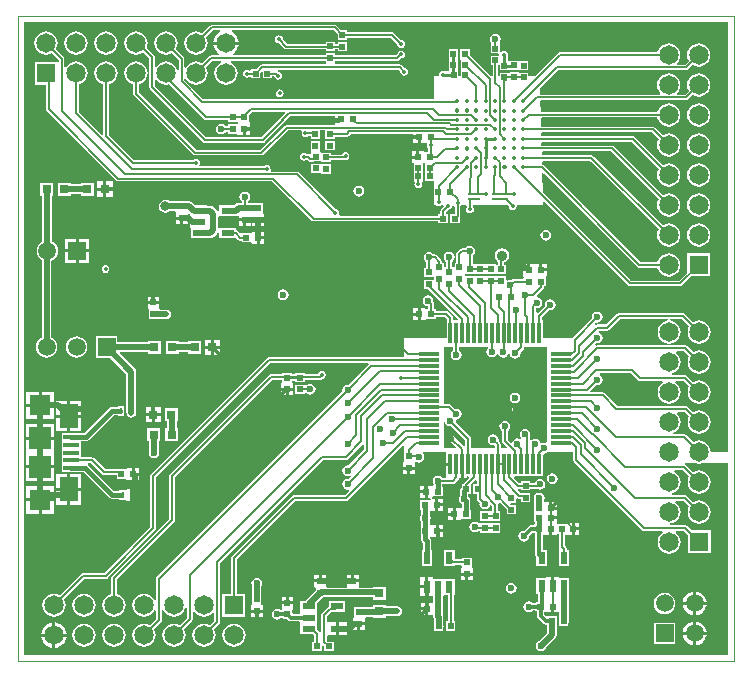
<source format=gtl>
G04*
G04 #@! TF.GenerationSoftware,Altium Limited,Altium NEXUS,3.1.12 (69)*
G04*
G04 Layer_Physical_Order=1*
G04 Layer_Color=255*
%FSLAX25Y25*%
%MOIN*%
G70*
G04*
G04 #@! TF.SameCoordinates,C12BC461-16F2-471F-B13C-3D38B02939EA*
G04*
G04*
G04 #@! TF.FilePolarity,Positive*
G04*
G01*
G75*
%ADD13C,0.00787*%
%ADD16C,0.00000*%
%ADD17R,0.01181X0.01102*%
%ADD18R,0.03150X0.03150*%
%ADD21C,0.01378*%
%ADD22R,0.02362X0.04134*%
%ADD23R,0.04331X0.02362*%
%ADD24R,0.03150X0.03150*%
%ADD25R,0.01024X0.02165*%
%ADD26R,0.06890X0.01181*%
%ADD27R,0.01181X0.06890*%
%ADD28R,0.05315X0.01575*%
%ADD29R,0.06299X0.08268*%
%ADD30R,0.07480X0.07480*%
%ADD31R,0.07087X0.07087*%
%ADD53R,0.01968X0.01968*%
%ADD54R,0.01968X0.01968*%
%ADD55C,0.00591*%
%ADD56C,0.01200*%
%ADD57C,0.00750*%
%ADD58C,0.00800*%
%ADD59C,0.02000*%
%ADD60C,0.00600*%
%ADD61C,0.01500*%
%ADD62C,0.01000*%
%ADD63C,0.01600*%
%ADD64C,0.05906*%
%ADD65R,0.05906X0.05906*%
%ADD66C,0.06496*%
%ADD67R,0.06496X0.06496*%
%ADD68R,0.06496X0.06496*%
%ADD69C,0.03543*%
%ADD70C,0.02362*%
%ADD71C,0.03150*%
G36*
X46622Y193214D02*
X47424Y192599D01*
X48358Y192212D01*
X49360Y192080D01*
X50362Y192212D01*
X50476Y192260D01*
X62103Y180633D01*
X62396Y180438D01*
X62741Y180369D01*
X70116D01*
Y179697D01*
X72984D01*
X73321Y179459D01*
X73339Y179380D01*
X73070Y178910D01*
X70116D01*
Y178345D01*
X69233D01*
X69076Y178580D01*
X68489Y178972D01*
X67798Y179109D01*
X67107Y178972D01*
X66521Y178580D01*
X66129Y177994D01*
X65992Y177303D01*
X66129Y176612D01*
X66521Y176026D01*
X67107Y175634D01*
X67798Y175497D01*
X68489Y175634D01*
X69076Y176026D01*
X69275Y176325D01*
X70116D01*
Y175760D01*
X72997Y175760D01*
X73371Y175455D01*
X73640Y175455D01*
X74855D01*
Y177439D01*
X75355D01*
Y177939D01*
X77339D01*
Y179423D01*
X77225D01*
X76930Y179801D01*
X76930Y179923D01*
Y181830D01*
X78158Y183058D01*
X88982D01*
X89173Y182596D01*
X87511Y180934D01*
X87334Y180669D01*
X81178Y174513D01*
X62688D01*
X45619Y191582D01*
Y193700D01*
X46119Y193870D01*
X46622Y193214D01*
D02*
G37*
G36*
X138187Y212861D02*
X138687Y212861D01*
X138687Y195876D01*
X138687Y194976D01*
X138687Y194439D01*
Y187348D01*
X61757D01*
X55476Y193629D01*
X55510Y193909D01*
X55933Y194000D01*
X56024Y193994D01*
X56622Y193214D01*
X57424Y192599D01*
X58358Y192212D01*
X59360Y192080D01*
X60362Y192212D01*
X61296Y192599D01*
X62098Y193214D01*
X62713Y194016D01*
X63100Y194950D01*
X63232Y195952D01*
X63100Y196954D01*
X62713Y197888D01*
X62652Y197967D01*
X64676Y199991D01*
X67773D01*
X67873Y199491D01*
X67424Y199305D01*
X66623Y198690D01*
X66007Y197888D01*
X65620Y196954D01*
X65488Y195952D01*
X65620Y194950D01*
X66007Y194016D01*
X66623Y193214D01*
X67424Y192599D01*
X68358Y192212D01*
X69360Y192080D01*
X70362Y192212D01*
X71296Y192599D01*
X72098Y193214D01*
X72713Y194016D01*
X73100Y194950D01*
X73232Y195952D01*
X73100Y196954D01*
X72713Y197888D01*
X72098Y198690D01*
X71296Y199305D01*
X70847Y199491D01*
X70947Y199991D01*
X102525D01*
Y199323D01*
X102525Y199319D01*
X102516Y198823D01*
X81385D01*
X81040Y198755D01*
X80747Y198559D01*
X80747Y198559D01*
X79501Y197313D01*
X77628D01*
Y197001D01*
X77601Y196976D01*
X77128Y196780D01*
X76855Y196962D01*
X76356Y197062D01*
X75857Y196962D01*
X75434Y196679D01*
X75151Y196256D01*
X75052Y195757D01*
X75151Y195258D01*
X75434Y194835D01*
X75857Y194552D01*
X76356Y194452D01*
X76855Y194552D01*
X77128Y194734D01*
X77601Y194538D01*
X77628Y194513D01*
Y194163D01*
X80778D01*
Y196033D01*
X81129Y196322D01*
X81565Y196136D01*
Y194163D01*
X84715D01*
Y194835D01*
X85483D01*
X85533Y194586D01*
X85816Y194163D01*
X86239Y193880D01*
X86738Y193780D01*
X87237Y193880D01*
X87661Y194163D01*
X87943Y194586D01*
X88043Y195085D01*
X87943Y195584D01*
X87661Y196008D01*
X87237Y196290D01*
X86824Y196373D01*
X86820Y196377D01*
X86610Y196517D01*
X86648Y196897D01*
X86693Y197017D01*
X126874D01*
X127474Y196417D01*
X127470Y196394D01*
X127569Y195895D01*
X127852Y195472D01*
X128275Y195189D01*
X128774Y195089D01*
X129273Y195189D01*
X129697Y195472D01*
X129979Y195895D01*
X130079Y196394D01*
X129979Y196893D01*
X129697Y197317D01*
X129273Y197599D01*
X128774Y197699D01*
X128751Y197694D01*
X127887Y198559D01*
X127594Y198755D01*
X127248Y198823D01*
X105685D01*
X105675Y199319D01*
X105675Y199323D01*
Y199991D01*
X126466D01*
X126812Y200060D01*
X127105Y200255D01*
X127738Y200889D01*
X127761Y200884D01*
X128260Y200984D01*
X128684Y201267D01*
X128966Y201690D01*
X129066Y202189D01*
X128966Y202688D01*
X128684Y203112D01*
X128260Y203394D01*
X127761Y203494D01*
X127262Y203394D01*
X126839Y203112D01*
X126556Y202688D01*
X126457Y202189D01*
X126461Y202166D01*
X126092Y201797D01*
X105675D01*
Y202469D01*
X102525D01*
Y201797D01*
X71712D01*
X71605Y202024D01*
X71575Y202297D01*
X72390Y202922D01*
X73071Y203810D01*
X73499Y204843D01*
X73579Y205452D01*
X65141D01*
X65222Y204843D01*
X65649Y203810D01*
X66330Y202922D01*
X67145Y202297D01*
X67115Y202024D01*
X67009Y201797D01*
X64302D01*
X63956Y201729D01*
X63664Y201533D01*
X61375Y199244D01*
X61296Y199305D01*
X60362Y199692D01*
X59360Y199824D01*
X58358Y199692D01*
X57424Y199305D01*
X56622Y198690D01*
X56007Y197888D01*
X55927Y197695D01*
X55427Y197795D01*
Y200788D01*
X55359Y201134D01*
X55163Y201427D01*
X52652Y203937D01*
X52713Y204016D01*
X53100Y204950D01*
X53232Y205952D01*
X53100Y206954D01*
X52713Y207888D01*
X52098Y208690D01*
X51296Y209305D01*
X50362Y209692D01*
X49360Y209824D01*
X48358Y209692D01*
X47424Y209305D01*
X46622Y208690D01*
X46007Y207888D01*
X45620Y206954D01*
X45489Y205952D01*
X45620Y204950D01*
X46007Y204016D01*
X46622Y203214D01*
X47424Y202599D01*
X48358Y202212D01*
X49360Y202080D01*
X50362Y202212D01*
X51296Y202599D01*
X51375Y202660D01*
X53621Y200414D01*
Y196827D01*
X53121Y196794D01*
X53100Y196954D01*
X52713Y197888D01*
X52098Y198690D01*
X51296Y199305D01*
X50362Y199692D01*
X49360Y199824D01*
X48358Y199692D01*
X47424Y199305D01*
X46622Y198690D01*
X46119Y198034D01*
X45619Y198204D01*
Y201334D01*
X45551Y201680D01*
X45355Y201973D01*
X42888Y204439D01*
X43100Y204950D01*
X43232Y205952D01*
X43100Y206954D01*
X42713Y207888D01*
X42098Y208690D01*
X41296Y209305D01*
X40362Y209692D01*
X39360Y209824D01*
X38358Y209692D01*
X37424Y209305D01*
X36623Y208690D01*
X36007Y207888D01*
X35620Y206954D01*
X35489Y205952D01*
X35620Y204950D01*
X36007Y204016D01*
X36623Y203214D01*
X37424Y202599D01*
X38358Y202212D01*
X39360Y202080D01*
X40362Y202212D01*
X41296Y202599D01*
X41793Y202980D01*
X43813Y200960D01*
Y191208D01*
X43882Y190862D01*
X44078Y190569D01*
X61676Y172971D01*
X61968Y172776D01*
X62314Y172707D01*
X81535D01*
X81559Y172702D01*
X81907Y172771D01*
X82201Y172968D01*
X88839Y179606D01*
X89036Y179901D01*
X89037Y179905D01*
X90724Y181593D01*
X105759D01*
Y180968D01*
X107743D01*
Y179968D01*
X105759D01*
Y178660D01*
X89540D01*
X89195Y178591D01*
X88902Y178396D01*
X80787Y170281D01*
X59479D01*
X40263Y189497D01*
Y192199D01*
X40362Y192212D01*
X41296Y192599D01*
X42098Y193214D01*
X42713Y194016D01*
X43100Y194950D01*
X43232Y195952D01*
X43100Y196954D01*
X42713Y197888D01*
X42098Y198690D01*
X41296Y199305D01*
X40362Y199692D01*
X39360Y199824D01*
X38358Y199692D01*
X37424Y199305D01*
X36623Y198690D01*
X36007Y197888D01*
X35620Y196954D01*
X35489Y195952D01*
X35620Y194950D01*
X36007Y194016D01*
X36623Y193214D01*
X37424Y192599D01*
X38358Y192212D01*
X38457Y192199D01*
Y189123D01*
X38526Y188777D01*
X38721Y188484D01*
X58467Y168739D01*
X58759Y168544D01*
X59105Y168475D01*
X59105Y168475D01*
X81161D01*
X81507Y168544D01*
X81800Y168739D01*
X89914Y176854D01*
X94365D01*
X94633Y176354D01*
X94621Y176336D01*
X94522Y175837D01*
X94621Y175338D01*
X94904Y174915D01*
X95327Y174632D01*
X95826Y174532D01*
X96325Y174632D01*
X96749Y174915D01*
X96762Y174934D01*
X97560D01*
Y174074D01*
X100710D01*
Y176854D01*
X102381D01*
Y174074D01*
X105531D01*
Y174746D01*
X109601D01*
X109947Y174815D01*
X110240Y175010D01*
X110886Y175657D01*
X131759D01*
Y175044D01*
X133743D01*
Y174544D01*
X134243D01*
Y172560D01*
X135727D01*
Y172560D01*
X136153Y172684D01*
X136224Y172592D01*
X136424Y172177D01*
X136350Y171803D01*
X136449Y171304D01*
X136732Y170881D01*
X136751Y170868D01*
Y169524D01*
X135763D01*
X135641Y169524D01*
X135263Y169818D01*
Y169933D01*
X133779D01*
Y167949D01*
X133279D01*
Y167449D01*
X131295D01*
Y165965D01*
X131890D01*
Y163085D01*
X131874D01*
Y159935D01*
X131985D01*
X132252Y159435D01*
X132232Y159405D01*
X132133Y158906D01*
X132232Y158407D01*
X132515Y157984D01*
X132938Y157701D01*
X133437Y157601D01*
X133936Y157701D01*
X134360Y157984D01*
X134643Y158407D01*
X134742Y158906D01*
X134643Y159405D01*
X134622Y159435D01*
X134890Y159935D01*
X135024D01*
Y162865D01*
X135040D01*
Y165796D01*
X135284Y165964D01*
X135752Y165938D01*
X135827Y165885D01*
Y163085D01*
X135811D01*
Y159935D01*
X138687D01*
Y157996D01*
X138547D01*
Y154846D01*
X138687D01*
Y151825D01*
X139389Y151826D01*
X139685Y151629D01*
X140184Y151530D01*
X140683Y151629D01*
X140984Y151830D01*
X141650Y151832D01*
X141858Y151332D01*
X141075Y150549D01*
X140879Y150256D01*
X140811Y149911D01*
Y148979D01*
X140139D01*
Y148307D01*
X107212D01*
X106945Y148807D01*
X106977Y148856D01*
X107077Y149355D01*
X106977Y149854D01*
X106695Y150277D01*
X106271Y150560D01*
X105772Y150660D01*
X105749Y150655D01*
X93578Y162827D01*
X93285Y163022D01*
X92939Y163091D01*
X84498D01*
X84199Y163591D01*
X84265Y163924D01*
X84165Y164423D01*
X83883Y164847D01*
X83459Y165129D01*
X82960Y165229D01*
X82461Y165129D01*
X82038Y164847D01*
X82025Y164827D01*
X60626D01*
X60614Y164840D01*
X60405Y165327D01*
X60581Y165592D01*
X60681Y166091D01*
X60581Y166590D01*
X60299Y167014D01*
X59875Y167296D01*
X59376Y167396D01*
X58877Y167296D01*
X58454Y167014D01*
X58441Y166994D01*
X38640D01*
X30263Y175371D01*
Y192199D01*
X30362Y192212D01*
X31296Y192599D01*
X32098Y193214D01*
X32713Y194016D01*
X33100Y194950D01*
X33232Y195952D01*
X33100Y196954D01*
X32713Y197888D01*
X32098Y198690D01*
X31296Y199305D01*
X30362Y199692D01*
X29360Y199824D01*
X28358Y199692D01*
X27424Y199305D01*
X26623Y198690D01*
X26007Y197888D01*
X25620Y196954D01*
X25488Y195952D01*
X25620Y194950D01*
X26007Y194016D01*
X26623Y193214D01*
X27424Y192599D01*
X28358Y192212D01*
X28457Y192199D01*
Y175422D01*
X27957Y175215D01*
X20263Y182908D01*
Y192199D01*
X20362Y192212D01*
X21296Y192599D01*
X22098Y193214D01*
X22713Y194016D01*
X23100Y194950D01*
X23232Y195952D01*
X23100Y196954D01*
X22713Y197888D01*
X22098Y198690D01*
X21296Y199305D01*
X20362Y199692D01*
X19360Y199824D01*
X18358Y199692D01*
X17424Y199305D01*
X16623Y198690D01*
X16007Y197888D01*
X15984Y197833D01*
X15484Y197932D01*
Y200731D01*
X15416Y201077D01*
X15220Y201370D01*
X12652Y203937D01*
X12713Y204016D01*
X13100Y204950D01*
X13232Y205952D01*
X13100Y206954D01*
X12713Y207888D01*
X12098Y208690D01*
X11296Y209305D01*
X10362Y209692D01*
X9360Y209824D01*
X8358Y209692D01*
X7424Y209305D01*
X6622Y208690D01*
X6007Y207888D01*
X5620Y206954D01*
X5488Y205952D01*
X5620Y204950D01*
X6007Y204016D01*
X6622Y203214D01*
X7424Y202599D01*
X8358Y202212D01*
X9360Y202080D01*
X10362Y202212D01*
X11296Y202599D01*
X11375Y202660D01*
X13678Y200357D01*
Y199841D01*
X13199Y199791D01*
Y199791D01*
X5522D01*
Y192113D01*
X9404D01*
Y183799D01*
X9473Y183453D01*
X9668Y183160D01*
X32682Y160147D01*
X32682Y160147D01*
X32975Y159951D01*
X33321Y159882D01*
X84766D01*
X97882Y146765D01*
X98176Y146570D01*
X98521Y146501D01*
X140139D01*
Y145829D01*
X143289D01*
Y148979D01*
X142617D01*
Y149537D01*
X143444Y150364D01*
X143467Y150359D01*
X143966Y150459D01*
X144390Y150742D01*
X144673Y151165D01*
X144764Y151628D01*
X144861Y151665D01*
X145264Y151667D01*
X145640Y151290D01*
Y148979D01*
X144076D01*
Y145829D01*
X147225D01*
Y147723D01*
X147378Y147951D01*
X147446Y148296D01*
Y151735D01*
X147477Y151756D01*
X147537Y151845D01*
X149297Y151849D01*
X149593Y151554D01*
X149635Y151350D01*
X149444Y151064D01*
X149345Y150565D01*
X149444Y150066D01*
X149727Y149643D01*
X150150Y149360D01*
X150649Y149260D01*
X151148Y149360D01*
X151572Y149643D01*
X151854Y150066D01*
X151954Y150565D01*
X151854Y151064D01*
X151660Y151355D01*
X151794Y151855D01*
X163246Y151881D01*
X163621Y151610D01*
X163720Y151111D01*
X164003Y150688D01*
X164426Y150405D01*
X164925Y150305D01*
X165424Y150405D01*
X165848Y150688D01*
X166130Y151111D01*
X166230Y151610D01*
X166458Y151889D01*
X174995Y151908D01*
X174968Y152962D01*
X175427Y153159D01*
X203397Y125190D01*
X203691Y124993D01*
X204039Y124924D01*
X220713D01*
X221061Y124993D01*
X221355Y125190D01*
X224317Y128152D01*
X230710D01*
Y135829D01*
X223033D01*
Y129436D01*
X220337Y126740D01*
X204415D01*
X174882Y156273D01*
X174720Y162505D01*
X175179Y162702D01*
X206533Y131348D01*
X206828Y131151D01*
X207175Y131082D01*
X213119D01*
X213131Y130988D01*
X213518Y130054D01*
X214134Y129252D01*
X214935Y128637D01*
X215869Y128250D01*
X216871Y128118D01*
X217873Y128250D01*
X218807Y128637D01*
X219609Y129252D01*
X220224Y130054D01*
X220611Y130988D01*
X220743Y131990D01*
X220611Y132992D01*
X220224Y133926D01*
X219609Y134728D01*
X218807Y135343D01*
X217873Y135730D01*
X216871Y135862D01*
X215869Y135730D01*
X214935Y135343D01*
X214134Y134728D01*
X213518Y133926D01*
X213131Y132992D01*
X213119Y132898D01*
X207551D01*
X175260Y165190D01*
X174965Y165386D01*
X174643Y165450D01*
X174618Y166431D01*
X174967Y166789D01*
X190788D01*
X213576Y144001D01*
X213518Y143926D01*
X213131Y142992D01*
X213000Y141990D01*
X213131Y140988D01*
X213518Y140054D01*
X214134Y139252D01*
X214935Y138637D01*
X215869Y138250D01*
X216871Y138118D01*
X217873Y138250D01*
X218807Y138637D01*
X219609Y139252D01*
X220224Y140054D01*
X220611Y140988D01*
X220743Y141990D01*
X220611Y142992D01*
X220224Y143926D01*
X219609Y144728D01*
X218807Y145343D01*
X217873Y145730D01*
X216871Y145862D01*
X215869Y145730D01*
X214935Y145343D01*
X214860Y145285D01*
X191806Y168339D01*
X191512Y168536D01*
X191164Y168605D01*
X174561D01*
X174536Y169580D01*
X174885Y169939D01*
X197638D01*
X213576Y154001D01*
X213518Y153926D01*
X213131Y152992D01*
X213000Y151990D01*
X213131Y150988D01*
X213518Y150054D01*
X214134Y149252D01*
X214935Y148637D01*
X215869Y148250D01*
X216871Y148118D01*
X217873Y148250D01*
X218807Y148637D01*
X219609Y149252D01*
X220224Y150054D01*
X220611Y150988D01*
X220743Y151990D01*
X220611Y152992D01*
X220224Y153926D01*
X219609Y154728D01*
X218807Y155343D01*
X217873Y155730D01*
X216871Y155862D01*
X215869Y155730D01*
X214935Y155343D01*
X214860Y155285D01*
X198657Y171489D01*
X198362Y171686D01*
X198015Y171755D01*
X174479D01*
X174454Y172730D01*
X174803Y173088D01*
X204489D01*
X213576Y164001D01*
X213518Y163926D01*
X213131Y162992D01*
X213000Y161990D01*
X213131Y160988D01*
X213518Y160054D01*
X214134Y159252D01*
X214935Y158637D01*
X215869Y158250D01*
X216871Y158118D01*
X217873Y158250D01*
X218807Y158637D01*
X219609Y159252D01*
X220224Y160054D01*
X220611Y160988D01*
X220743Y161990D01*
X220611Y162992D01*
X220224Y163926D01*
X219609Y164728D01*
X218807Y165343D01*
X217873Y165730D01*
X216871Y165862D01*
X215869Y165730D01*
X214935Y165343D01*
X214860Y165285D01*
X205507Y174638D01*
X205212Y174835D01*
X204865Y174904D01*
X174398D01*
X174372Y175880D01*
X174721Y176238D01*
X211339D01*
X213576Y174001D01*
X213518Y173926D01*
X213131Y172992D01*
X213000Y171990D01*
X213131Y170988D01*
X213518Y170054D01*
X214134Y169252D01*
X214935Y168637D01*
X215869Y168250D01*
X216871Y168118D01*
X217873Y168250D01*
X218807Y168637D01*
X219609Y169252D01*
X220224Y170054D01*
X220611Y170988D01*
X220743Y171990D01*
X220611Y172992D01*
X220224Y173926D01*
X219609Y174728D01*
X218807Y175343D01*
X217873Y175730D01*
X216871Y175862D01*
X215869Y175730D01*
X214935Y175343D01*
X214860Y175285D01*
X212357Y177788D01*
X212063Y177985D01*
X211715Y178054D01*
X174316D01*
X174245Y180771D01*
X174594Y181129D01*
X213113D01*
X213131Y180988D01*
X213518Y180054D01*
X214134Y179252D01*
X214935Y178637D01*
X215869Y178250D01*
X216871Y178118D01*
X217873Y178250D01*
X218807Y178637D01*
X219609Y179252D01*
X220224Y180054D01*
X220611Y180988D01*
X220743Y181990D01*
X220611Y182992D01*
X220224Y183926D01*
X219609Y184728D01*
X218807Y185343D01*
X217873Y185730D01*
X216871Y185862D01*
X215869Y185730D01*
X214935Y185343D01*
X214134Y184728D01*
X213518Y183926D01*
X213131Y182992D01*
X213125Y182945D01*
X174188D01*
X174094Y186585D01*
X174443Y186943D01*
X222733D01*
X223080Y187013D01*
X223375Y187209D01*
X224860Y188695D01*
X224935Y188637D01*
X225869Y188250D01*
X226871Y188118D01*
X227873Y188250D01*
X228807Y188637D01*
X229609Y189252D01*
X230224Y190054D01*
X230611Y190988D01*
X230743Y191990D01*
X230611Y192992D01*
X230224Y193926D01*
X229609Y194728D01*
X228807Y195343D01*
X227873Y195730D01*
X226871Y195862D01*
X225869Y195730D01*
X224935Y195343D01*
X224133Y194728D01*
X223518Y193926D01*
X223131Y192992D01*
X223000Y191990D01*
X223131Y190988D01*
X223518Y190054D01*
X223576Y189979D01*
X222357Y188760D01*
X219744D01*
X219639Y189070D01*
X219614Y189260D01*
X220224Y190054D01*
X220611Y190988D01*
X220743Y191990D01*
X220611Y192992D01*
X220224Y193926D01*
X219609Y194728D01*
X218807Y195343D01*
X217873Y195730D01*
X216871Y195862D01*
X215869Y195730D01*
X214935Y195343D01*
X214134Y194728D01*
X213518Y193926D01*
X213131Y192992D01*
X213000Y191990D01*
X213131Y190988D01*
X213518Y190054D01*
X214128Y189260D01*
X214104Y189070D01*
X213998Y188760D01*
X174037D01*
X173984Y190822D01*
X180106Y196943D01*
X222733D01*
X223080Y197013D01*
X223375Y197209D01*
X224860Y198695D01*
X224935Y198637D01*
X225869Y198250D01*
X226871Y198118D01*
X227873Y198250D01*
X228807Y198637D01*
X229609Y199252D01*
X230224Y200054D01*
X230611Y200988D01*
X230743Y201990D01*
X230611Y202992D01*
X230224Y203926D01*
X229609Y204728D01*
X228807Y205343D01*
X227873Y205730D01*
X226871Y205862D01*
X225869Y205730D01*
X224935Y205343D01*
X224133Y204728D01*
X223518Y203926D01*
X223131Y202992D01*
X223000Y201990D01*
X223131Y200988D01*
X223518Y200054D01*
X223576Y199979D01*
X222357Y198759D01*
X219744D01*
X219639Y199070D01*
X219614Y199259D01*
X220224Y200054D01*
X220611Y200988D01*
X220743Y201990D01*
X220611Y202992D01*
X220224Y203926D01*
X219609Y204728D01*
X218807Y205343D01*
X217873Y205730D01*
X216871Y205862D01*
X215869Y205730D01*
X214935Y205343D01*
X214134Y204728D01*
X213518Y203926D01*
X213131Y202992D01*
X213119Y202898D01*
X180719D01*
X180371Y202829D01*
X180077Y202632D01*
X172320Y194876D01*
X170164Y194876D01*
Y196060D01*
X167053D01*
Y196165D01*
X164142D01*
X163903Y196165D01*
Y196165D01*
X163674Y196088D01*
X163674Y196088D01*
X160524D01*
Y194876D01*
X160006D01*
Y198577D01*
X160524D01*
Y196875D01*
X163435D01*
X163674Y196875D01*
Y196875D01*
X163903Y196952D01*
X163903Y196952D01*
X167014D01*
Y196847D01*
X170164D01*
Y199997D01*
X167053D01*
Y200102D01*
X164142D01*
X163903Y200102D01*
Y200102D01*
X163711Y200037D01*
X163679Y200037D01*
X163211Y200260D01*
Y201405D01*
X163304Y201545D01*
X163404Y202044D01*
X163304Y202543D01*
X163022Y202966D01*
X162598Y203249D01*
X162099Y203349D01*
X161600Y203249D01*
X161177Y202966D01*
X160678Y203120D01*
Y205664D01*
X160678Y205664D01*
X160566Y206164D01*
X160829Y206558D01*
X160967Y207249D01*
X160829Y207940D01*
X160438Y208526D01*
X159851Y208918D01*
X159160Y209055D01*
X158469Y208918D01*
X157883Y208526D01*
X157491Y207940D01*
X157354Y207249D01*
X157491Y206558D01*
X157755Y206164D01*
X157528Y205664D01*
X157528D01*
Y202514D01*
X159989D01*
X160424Y202033D01*
X160397Y201762D01*
X160348Y201727D01*
X157528D01*
Y198577D01*
X158200D01*
Y195013D01*
X157700Y194932D01*
X150660Y201973D01*
Y203845D01*
X147510D01*
Y200752D01*
X147510Y200695D01*
X147510D01*
X147541Y200265D01*
X147541D01*
Y197427D01*
X147541Y197115D01*
X147541Y197115D01*
X147567Y196938D01*
X147567D01*
Y194876D01*
X146780D01*
Y196626D01*
X146780Y196938D01*
X146780Y196938D01*
X146754Y197115D01*
X146754D01*
Y200208D01*
X146754Y200265D01*
X146754D01*
X146723Y200695D01*
X146723D01*
Y203845D01*
X143573D01*
Y200752D01*
X143573Y200695D01*
X143573D01*
X143604Y200265D01*
X143604D01*
Y197427D01*
X143604Y197115D01*
X143604D01*
X143625Y196975D01*
X143612Y196845D01*
X143541Y196475D01*
X142285D01*
X142145Y196568D01*
X141646Y196668D01*
X141147Y196568D01*
X140724Y196285D01*
X140441Y195862D01*
X140342Y195363D01*
X140362Y195262D01*
X140044Y194876D01*
X139187Y194876D01*
X139159Y194876D01*
X138687Y194944D01*
Y195431D01*
Y212861D01*
X236657Y212861D01*
X236657Y69684D01*
X230931D01*
X230806Y70637D01*
X230419Y71571D01*
X229804Y72373D01*
X229002Y72988D01*
X228068Y73375D01*
X227066Y73507D01*
X226064Y73375D01*
X225132Y72989D01*
X222889Y75232D01*
X222563Y75449D01*
X222179Y75526D01*
X218482D01*
X218383Y76026D01*
X219002Y76282D01*
X219804Y76897D01*
X220419Y77699D01*
X220806Y78633D01*
X220938Y79635D01*
X220806Y80637D01*
X220419Y81571D01*
X219804Y82373D01*
X219695Y82456D01*
X219856Y82929D01*
X222353D01*
X223713Y81569D01*
X223326Y80637D01*
X223195Y79635D01*
X223326Y78633D01*
X223713Y77699D01*
X224328Y76897D01*
X225130Y76282D01*
X226064Y75895D01*
X227066Y75763D01*
X228068Y75895D01*
X229002Y76282D01*
X229804Y76897D01*
X230419Y77699D01*
X230806Y78633D01*
X230938Y79635D01*
X230806Y80637D01*
X230419Y81571D01*
X229804Y82373D01*
X229002Y82988D01*
X228068Y83375D01*
X227066Y83507D01*
X226064Y83375D01*
X225132Y82989D01*
X223478Y84643D01*
X223152Y84860D01*
X222768Y84937D01*
X199915D01*
X195665Y89187D01*
X195339Y89404D01*
X194955Y89481D01*
X190923D01*
X190716Y89981D01*
X192784Y92049D01*
X193107Y91985D01*
X193798Y92122D01*
X194384Y92514D01*
X194776Y93100D01*
X194913Y93791D01*
X194776Y94482D01*
X194384Y95069D01*
X193945Y95362D01*
X194097Y95862D01*
X204429D01*
X206617Y93674D01*
X206945Y93455D01*
X207331Y93378D01*
X214817D01*
X214987Y92878D01*
X214329Y92373D01*
X213713Y91571D01*
X213326Y90637D01*
X213194Y89635D01*
X213326Y88633D01*
X213713Y87699D01*
X214329Y86897D01*
X215130Y86282D01*
X216064Y85895D01*
X217066Y85763D01*
X218068Y85895D01*
X219002Y86282D01*
X219804Y86897D01*
X220419Y87699D01*
X220806Y88633D01*
X220938Y89635D01*
X220806Y90637D01*
X220419Y91571D01*
X219804Y92373D01*
X219145Y92878D01*
X219315Y93378D01*
X221895D01*
X223710Y91563D01*
X223326Y90637D01*
X223195Y89635D01*
X223326Y88633D01*
X223713Y87699D01*
X224328Y86897D01*
X225130Y86282D01*
X226064Y85895D01*
X227066Y85763D01*
X228068Y85895D01*
X229002Y86282D01*
X229804Y86897D01*
X230419Y87699D01*
X230806Y88633D01*
X230938Y89635D01*
X230806Y90637D01*
X230419Y91571D01*
X229804Y92373D01*
X229002Y92988D01*
X228068Y93375D01*
X227066Y93507D01*
X226064Y93375D01*
X225138Y92991D01*
X223027Y95102D01*
X222700Y95321D01*
X222313Y95398D01*
X218122D01*
X218068Y95895D01*
X219002Y96282D01*
X219804Y96897D01*
X220419Y97699D01*
X220806Y98633D01*
X220938Y99635D01*
X220806Y100637D01*
X220419Y101571D01*
X219804Y102373D01*
X219405Y102679D01*
X219575Y103179D01*
X222094D01*
X223710Y101563D01*
X223326Y100637D01*
X223195Y99635D01*
X223326Y98633D01*
X223713Y97699D01*
X224328Y96897D01*
X225130Y96282D01*
X226064Y95895D01*
X227066Y95763D01*
X228068Y95895D01*
X229002Y96282D01*
X229804Y96897D01*
X230419Y97699D01*
X230806Y98633D01*
X230938Y99635D01*
X230806Y100637D01*
X230419Y101571D01*
X229804Y102373D01*
X229002Y102988D01*
X228068Y103375D01*
X227066Y103507D01*
X226064Y103375D01*
X225138Y102991D01*
X223227Y104903D01*
X222899Y105122D01*
X222513Y105199D01*
X193107D01*
X192720Y105122D01*
X192688Y105100D01*
X192369Y105488D01*
X192792Y105911D01*
X193107Y105848D01*
X193798Y105986D01*
X194384Y106377D01*
X194776Y106963D01*
X194913Y107654D01*
X194776Y108346D01*
X194384Y108932D01*
X193798Y109323D01*
X193784Y109326D01*
X193594Y109871D01*
X193784Y110110D01*
X196400D01*
X196787Y110187D01*
X197115Y110406D01*
X200672Y113963D01*
X216702D01*
X216735Y113463D01*
X216064Y113375D01*
X215130Y112988D01*
X214329Y112373D01*
X213713Y111571D01*
X213326Y110637D01*
X213194Y109635D01*
X213326Y108633D01*
X213713Y107699D01*
X214329Y106897D01*
X215130Y106282D01*
X216064Y105895D01*
X217066Y105763D01*
X218068Y105895D01*
X219002Y106282D01*
X219804Y106897D01*
X220419Y107699D01*
X220806Y108633D01*
X220938Y109635D01*
X220806Y110637D01*
X220419Y111571D01*
X219804Y112373D01*
X219002Y112988D01*
X218068Y113375D01*
X217398Y113463D01*
X217431Y113963D01*
X221310D01*
X223710Y111563D01*
X223326Y110637D01*
X223195Y109635D01*
X223326Y108633D01*
X223713Y107699D01*
X224328Y106897D01*
X225130Y106282D01*
X226064Y105895D01*
X227066Y105763D01*
X228068Y105895D01*
X229002Y106282D01*
X229804Y106897D01*
X230419Y107699D01*
X230806Y108633D01*
X230938Y109635D01*
X230806Y110637D01*
X230419Y111571D01*
X229804Y112373D01*
X229002Y112988D01*
X228068Y113375D01*
X227066Y113507D01*
X226064Y113375D01*
X225138Y112991D01*
X222442Y115687D01*
X222115Y115906D01*
X221728Y115983D01*
X200253D01*
X199867Y115906D01*
X199539Y115687D01*
X195982Y112130D01*
X193107D01*
X192720Y112053D01*
X192660Y112013D01*
X192342Y112402D01*
X192784Y112844D01*
X193107Y112780D01*
X193798Y112917D01*
X194384Y113309D01*
X194776Y113895D01*
X194913Y114586D01*
X194776Y115277D01*
X194384Y115863D01*
X193798Y116255D01*
X193107Y116392D01*
X192416Y116255D01*
X191830Y115863D01*
X191438Y115277D01*
X191301Y114586D01*
X191365Y114263D01*
X184878Y107776D01*
X174867Y107776D01*
Y113477D01*
X174689D01*
Y114641D01*
X177057Y117009D01*
X177380Y116945D01*
X178071Y117082D01*
X178657Y117474D01*
X179049Y118060D01*
X179186Y118751D01*
X179049Y119442D01*
X178657Y120028D01*
X178071Y120420D01*
X177380Y120557D01*
X176689Y120420D01*
X176103Y120028D01*
X175711Y119442D01*
X175574Y118751D01*
X175638Y118428D01*
X173221Y116011D01*
X172721Y116218D01*
Y117462D01*
X172913Y117620D01*
X173604Y117757D01*
X174190Y118149D01*
X174582Y118735D01*
X174720Y119426D01*
X174582Y120117D01*
X174190Y120703D01*
X173604Y121095D01*
X173080Y121199D01*
X172887Y121650D01*
X172883Y121709D01*
X175001Y123827D01*
X175218Y124153D01*
X175295Y124537D01*
Y124842D01*
X175866D01*
Y127870D01*
X175866Y127992D01*
X176161Y128370D01*
X176275D01*
Y129854D01*
X174291D01*
Y130354D01*
X173791D01*
Y132338D01*
X172677D01*
X172307Y132338D01*
X171807Y132338D01*
X170693D01*
Y130354D01*
X170193D01*
Y129854D01*
X168209D01*
Y128370D01*
X168324D01*
X168618Y127992D01*
X168618Y127920D01*
X168496Y127420D01*
X165445D01*
X165061Y127344D01*
X164735Y127127D01*
X164499Y126890D01*
X164176Y126954D01*
X163485Y126817D01*
X163246Y126657D01*
X162746Y126925D01*
Y128184D01*
X159596D01*
Y128184D01*
X159147Y128259D01*
X159147Y128259D01*
X159127Y128259D01*
X156109D01*
X155997Y128259D01*
X155997Y128259D01*
X155631Y128205D01*
Y128205D01*
X152611D01*
X152481Y128205D01*
Y128205D01*
X152114Y128198D01*
Y128198D01*
X149238D01*
X148894Y128668D01*
X148982Y128932D01*
X149081Y128985D01*
X151984D01*
X152114Y128985D01*
Y128985D01*
X152481Y128992D01*
Y128992D01*
X155520D01*
X155631Y128992D01*
X155631Y128992D01*
X155997Y129046D01*
Y129046D01*
X159096D01*
X159127Y129046D01*
X159596Y128971D01*
X159616Y128971D01*
X162746D01*
Y132121D01*
X162175D01*
Y132863D01*
X162264Y132881D01*
X163045Y133403D01*
X163567Y134184D01*
X163751Y135106D01*
X163567Y136028D01*
X163045Y136809D01*
X162264Y137331D01*
X161342Y137514D01*
X160421Y137331D01*
X159639Y136809D01*
X159117Y136028D01*
X158934Y135106D01*
X159117Y134184D01*
X159639Y133403D01*
X160168Y133050D01*
Y132121D01*
X159647D01*
X159616Y132121D01*
X159147Y132196D01*
X159127Y132196D01*
X156109D01*
X155997Y132196D01*
X155997Y132196D01*
X155631Y132142D01*
Y132142D01*
X152611D01*
X152481Y132142D01*
Y132142D01*
X152114Y132135D01*
Y132135D01*
X151549D01*
Y135062D01*
X151816Y135241D01*
X152208Y135827D01*
X152346Y136518D01*
X152208Y137209D01*
X151816Y137795D01*
X151231Y138187D01*
X150539Y138324D01*
X149848Y138187D01*
X149262Y137795D01*
X149083Y137528D01*
X148064D01*
X147678Y137451D01*
X147350Y137232D01*
X146384Y136266D01*
X146165Y135938D01*
X146088Y135552D01*
Y132701D01*
X145523D01*
Y131483D01*
X145488Y131377D01*
X144921Y131248D01*
X144773Y131395D01*
Y133065D01*
X145047Y133248D01*
X145439Y133834D01*
X145576Y134525D01*
X145439Y135216D01*
X145047Y135802D01*
X144461Y136194D01*
X143770Y136332D01*
X143079Y136194D01*
X142493Y135802D01*
X142101Y135216D01*
X141964Y134525D01*
X142101Y133834D01*
X142493Y133248D01*
X142766Y133065D01*
Y131395D01*
X142664Y131292D01*
X142054Y131382D01*
X142017Y131454D01*
Y132701D01*
X141452D01*
Y133056D01*
X141376Y133442D01*
X141156Y133770D01*
X139727Y135200D01*
X139399Y135418D01*
X139013Y135495D01*
X138571D01*
X138392Y135763D01*
X137806Y136154D01*
X137115Y136292D01*
X136424Y136154D01*
X135837Y135763D01*
X135446Y135177D01*
X135308Y134485D01*
X135446Y133794D01*
X135837Y133208D01*
X136111Y133025D01*
Y131045D01*
X135480D01*
Y127895D01*
X138602Y127895D01*
X138831Y127502D01*
X138602Y127108D01*
X137223D01*
X137175Y127118D01*
X137126Y127108D01*
X135480D01*
Y123958D01*
X136636D01*
X146617Y113977D01*
X146410Y113477D01*
X145168D01*
Y114260D01*
X145091Y114647D01*
X144872Y114974D01*
X143517Y116329D01*
X143190Y116548D01*
X142803Y116625D01*
X139222D01*
Y117190D01*
X138657D01*
Y119114D01*
X138580Y119501D01*
X138423Y119736D01*
X138490Y120077D01*
X138353Y120768D01*
X137961Y121354D01*
X137375Y121746D01*
X136684Y121883D01*
X135993Y121746D01*
X135407Y121354D01*
X135015Y120768D01*
X134878Y120077D01*
X135015Y119386D01*
X135407Y118800D01*
X135993Y118408D01*
X136637Y118280D01*
Y117543D01*
X136284Y117190D01*
X136072D01*
X135694Y117484D01*
Y117599D01*
X134210D01*
Y115615D01*
Y113631D01*
X135694D01*
Y113745D01*
X136072Y114040D01*
X136194Y114040D01*
X139222D01*
Y114605D01*
X142385D01*
X143013Y113977D01*
X142977Y113477D01*
X142977D01*
Y107776D01*
X129181Y107776D01*
X128740Y107776D01*
X128681Y107837D01*
X128681Y101292D01*
X83709D01*
X83325Y101215D01*
X83000Y100998D01*
X44367Y62365D01*
X44149Y62039D01*
X44073Y61655D01*
Y44618D01*
X28782Y29327D01*
X21738D01*
X21354Y29250D01*
X21029Y29033D01*
X13926Y21930D01*
X12993Y22316D01*
X11991Y22448D01*
X10989Y22316D01*
X10055Y21929D01*
X9253Y21314D01*
X8638Y20512D01*
X8251Y19578D01*
X8119Y18576D01*
X8251Y17574D01*
X8638Y16640D01*
X9253Y15838D01*
X10055Y15223D01*
X10989Y14836D01*
X11991Y14704D01*
X12993Y14836D01*
X13927Y15223D01*
X14729Y15838D01*
X15344Y16640D01*
X15731Y17574D01*
X15863Y18576D01*
X15731Y19578D01*
X15345Y20510D01*
X22154Y27319D01*
X29197D01*
X29581Y27396D01*
X29907Y27613D01*
X45786Y43492D01*
X46003Y43818D01*
X46080Y44202D01*
Y61239D01*
X84125Y99285D01*
X116653D01*
X116860Y98785D01*
X110180Y92105D01*
X109857Y92169D01*
X109166Y92032D01*
X108580Y91640D01*
X108188Y91054D01*
X108051Y90363D01*
X108115Y90040D01*
X46235Y28160D01*
X46017Y27834D01*
X45941Y27450D01*
Y20378D01*
X45441Y20279D01*
X45344Y20512D01*
X44729Y21314D01*
X43927Y21929D01*
X42993Y22316D01*
X41991Y22448D01*
X40989Y22316D01*
X40055Y21929D01*
X39254Y21314D01*
X38638Y20512D01*
X38251Y19578D01*
X38120Y18576D01*
X38251Y17574D01*
X38638Y16640D01*
X39254Y15838D01*
X40055Y15223D01*
X40989Y14836D01*
X41991Y14704D01*
X42993Y14836D01*
X43927Y15223D01*
X44729Y15838D01*
X45344Y16640D01*
X45441Y16873D01*
X45941Y16774D01*
Y13945D01*
X43926Y11930D01*
X42993Y12316D01*
X41991Y12448D01*
X40989Y12316D01*
X40055Y11929D01*
X39254Y11314D01*
X38638Y10512D01*
X38251Y9578D01*
X38120Y8576D01*
X38251Y7574D01*
X38638Y6640D01*
X39254Y5838D01*
X40055Y5223D01*
X40989Y4836D01*
X41991Y4704D01*
X42993Y4836D01*
X43927Y5223D01*
X44729Y5838D01*
X45344Y6640D01*
X45731Y7574D01*
X45863Y8576D01*
X45731Y9578D01*
X45345Y10510D01*
X47654Y12819D01*
X47871Y13145D01*
X47948Y13529D01*
Y17001D01*
X48448Y17100D01*
X48638Y16640D01*
X49253Y15838D01*
X50055Y15223D01*
X50989Y14836D01*
X51991Y14704D01*
X52993Y14836D01*
X53927Y15223D01*
X54729Y15838D01*
X55344Y16640D01*
X55731Y17574D01*
X56210Y17479D01*
Y14214D01*
X53926Y11930D01*
X52993Y12316D01*
X51991Y12448D01*
X50989Y12316D01*
X50055Y11929D01*
X49253Y11314D01*
X48638Y10512D01*
X48251Y9578D01*
X48120Y8576D01*
X48251Y7574D01*
X48638Y6640D01*
X49253Y5838D01*
X50055Y5223D01*
X50989Y4836D01*
X51991Y4704D01*
X52993Y4836D01*
X53927Y5223D01*
X54729Y5838D01*
X55344Y6640D01*
X55731Y7574D01*
X55863Y8576D01*
X55731Y9578D01*
X55345Y10510D01*
X57923Y13088D01*
X58140Y13414D01*
X58217Y13798D01*
Y16408D01*
X58277Y16442D01*
X58717Y16538D01*
X59254Y15838D01*
X60055Y15223D01*
X60989Y14836D01*
X61991Y14704D01*
X62993Y14836D01*
X63927Y15223D01*
X64729Y15838D01*
X64846Y15991D01*
X65346Y15821D01*
Y13350D01*
X63926Y11930D01*
X62993Y12316D01*
X61991Y12448D01*
X60989Y12316D01*
X60055Y11929D01*
X59254Y11314D01*
X58638Y10512D01*
X58251Y9578D01*
X58119Y8576D01*
X58251Y7574D01*
X58638Y6640D01*
X59254Y5838D01*
X60055Y5223D01*
X60989Y4836D01*
X61991Y4704D01*
X62993Y4836D01*
X63927Y5223D01*
X64729Y5838D01*
X65344Y6640D01*
X65731Y7574D01*
X65863Y8576D01*
X65731Y9578D01*
X65345Y10510D01*
X67059Y12224D01*
X67276Y12550D01*
X67353Y12934D01*
Y32484D01*
X101802Y66934D01*
X109205D01*
X109590Y67010D01*
X109915Y67228D01*
X114901Y72213D01*
X115401Y72006D01*
Y70416D01*
X110180Y65196D01*
X109857Y65260D01*
X109166Y65122D01*
X108580Y64731D01*
X108188Y64145D01*
X108051Y63454D01*
X108188Y62762D01*
X108580Y62176D01*
X109166Y61785D01*
X109857Y61647D01*
X110548Y61785D01*
X110708Y61891D01*
X111027Y61503D01*
X110180Y60656D01*
X109857Y60721D01*
X109166Y60583D01*
X108580Y60192D01*
X108188Y59606D01*
X108051Y58914D01*
X108188Y58223D01*
X108580Y57637D01*
X109166Y57245D01*
X109857Y57108D01*
X110131Y57162D01*
X110377Y56702D01*
X109054Y55379D01*
X92011D01*
X91627Y55302D01*
X91302Y55085D01*
X71282Y35065D01*
X71064Y34739D01*
X70988Y34355D01*
Y22415D01*
X68153D01*
Y14738D01*
X75830D01*
Y22415D01*
X72995D01*
Y33939D01*
X92427Y53372D01*
X109470D01*
X109854Y53448D01*
X110179Y53665D01*
X128219Y71705D01*
X128681Y71513D01*
Y69794D01*
X128677D01*
Y66766D01*
X128677Y66644D01*
X128383Y66266D01*
X128268D01*
Y64782D01*
X130252D01*
X132236D01*
Y66134D01*
X132659Y66453D01*
X132972Y66244D01*
X133663Y66107D01*
X134354Y66244D01*
X134941Y66636D01*
X135332Y67222D01*
X135469Y67913D01*
X135332Y68604D01*
X134941Y69190D01*
X135101Y69684D01*
X142568D01*
Y66044D01*
X144158D01*
Y65044D01*
X142568D01*
Y61099D01*
X142137Y60932D01*
X141484D01*
X141305Y61199D01*
X140719Y61591D01*
X140028Y61728D01*
X139337Y61591D01*
X138751Y61199D01*
X138359Y60613D01*
X138222Y59922D01*
X138359Y59231D01*
X138598Y58874D01*
X138497Y58354D01*
X138036Y58389D01*
Y58389D01*
X136552D01*
Y56405D01*
Y54421D01*
X137461D01*
X137687Y54014D01*
X137687Y53900D01*
X137309Y53605D01*
X137187Y53605D01*
X134159D01*
Y50455D01*
X134387D01*
Y48684D01*
X134136Y48308D01*
X133999Y47617D01*
X134136Y46926D01*
X134387Y46550D01*
Y44983D01*
X134230D01*
Y43292D01*
X134220Y43241D01*
Y40714D01*
X134328Y40172D01*
X134636Y39711D01*
X134891Y39456D01*
Y36843D01*
X134537D01*
Y31528D01*
X138081D01*
Y36843D01*
X137727D01*
Y40043D01*
X137619Y40586D01*
X137311Y41046D01*
X137405Y41526D01*
X137758Y41424D01*
Y41424D01*
X139242D01*
Y43408D01*
Y45392D01*
X137758D01*
Y45392D01*
X137287Y45463D01*
X137223Y45494D01*
Y46550D01*
X137474Y46926D01*
X137612Y47617D01*
X137474Y48308D01*
X137223Y48684D01*
Y49959D01*
X137687Y50046D01*
X137723Y50046D01*
X139171D01*
Y52030D01*
Y54014D01*
X138262D01*
X138036Y54421D01*
X138036Y54536D01*
X138414Y54830D01*
X138536Y54830D01*
X141564D01*
Y57980D01*
X141504D01*
Y58912D01*
X144890D01*
X145277Y58989D01*
X145604Y59208D01*
X146841Y60444D01*
X147060Y60772D01*
X147125Y61099D01*
X147595D01*
Y65544D01*
X148595D01*
Y61099D01*
X149686D01*
Y61509D01*
X150167D01*
X150359Y61047D01*
X148742Y59430D01*
X148523Y59103D01*
X148489Y58932D01*
X147881D01*
Y57787D01*
X147759Y57665D01*
X147451Y57205D01*
X147344Y56662D01*
Y55009D01*
X147092Y54633D01*
X146955Y53942D01*
X147092Y53251D01*
X147484Y52665D01*
X147910Y52380D01*
Y50932D01*
X147846Y50901D01*
X147376Y50830D01*
Y50830D01*
X145891D01*
Y48846D01*
Y46862D01*
X147376D01*
Y46977D01*
X147753Y47271D01*
X147875Y47271D01*
X150903D01*
Y50421D01*
X150746D01*
Y53375D01*
X150638Y53918D01*
X150545Y54058D01*
X150430Y54633D01*
X150179Y55009D01*
Y55782D01*
X151031D01*
Y58863D01*
X152497Y60329D01*
X152997Y60122D01*
Y58932D01*
X151818D01*
Y55782D01*
X152997D01*
Y54097D01*
X153073Y53713D01*
X153291Y53387D01*
X153898Y52780D01*
X153834Y52457D01*
X153971Y51766D01*
X154363Y51180D01*
X154949Y50788D01*
X155640Y50651D01*
X156331Y50788D01*
X156918Y51180D01*
X157309Y51766D01*
X157325Y51846D01*
X157803Y51991D01*
X158171Y51623D01*
Y49847D01*
X157614D01*
Y49847D01*
X157278Y49861D01*
Y49861D01*
X157119Y49861D01*
X154128D01*
Y46711D01*
X157278D01*
Y46711D01*
X157614Y46697D01*
Y46697D01*
X157772Y46697D01*
X160763D01*
Y49847D01*
X160178D01*
Y52039D01*
X160154Y52157D01*
X160456Y52656D01*
X160518Y52696D01*
X160747Y52724D01*
X162937Y50534D01*
Y48803D01*
X166087D01*
Y51953D01*
X164359D01*
X164070Y52303D01*
X164256Y52740D01*
X166087D01*
Y53872D01*
X166587Y54140D01*
X166639Y54105D01*
X167025Y54028D01*
X167679D01*
Y52872D01*
X170829D01*
Y56022D01*
X168795D01*
X168663Y56048D01*
X167444D01*
X166599Y56893D01*
X166624Y57042D01*
X166818Y57380D01*
X167679D01*
Y56809D01*
X170829D01*
Y57380D01*
X172935D01*
X173311Y57129D01*
X174002Y56992D01*
X174693Y57129D01*
X175279Y57521D01*
X175671Y58107D01*
X175809Y58798D01*
X175671Y59489D01*
X175279Y60075D01*
X174693Y60467D01*
X174002Y60604D01*
X173311Y60467D01*
X172725Y60075D01*
X172333Y59489D01*
X172313Y59387D01*
X170829D01*
Y59959D01*
X167679D01*
Y59387D01*
X167098D01*
X165439Y61047D01*
X165630Y61509D01*
X174867D01*
Y68740D01*
X175316Y69124D01*
X175366Y69114D01*
X176057Y69251D01*
X176644Y69643D01*
X176671Y69684D01*
X185133D01*
Y66991D01*
X185209Y66607D01*
X185427Y66281D01*
X208128Y43579D01*
X208454Y43362D01*
X208838Y43286D01*
X214697D01*
X214866Y42786D01*
X214329Y42373D01*
X213713Y41571D01*
X213326Y40637D01*
X213194Y39635D01*
X213326Y38633D01*
X213713Y37699D01*
X214329Y36897D01*
X215130Y36282D01*
X216064Y35895D01*
X217066Y35763D01*
X218068Y35895D01*
X219002Y36282D01*
X219804Y36897D01*
X220419Y37699D01*
X220806Y38633D01*
X220938Y39635D01*
X220806Y40637D01*
X220419Y41571D01*
X219804Y42373D01*
X219266Y42786D01*
X219436Y43286D01*
X221996D01*
X223228Y42054D01*
Y35796D01*
X230905D01*
Y43474D01*
X224647D01*
X223122Y44999D01*
X222796Y45216D01*
X222412Y45293D01*
X217321D01*
X217288Y45793D01*
X218068Y45895D01*
X219002Y46282D01*
X219804Y46897D01*
X220419Y47699D01*
X220806Y48633D01*
X220938Y49635D01*
X220806Y50637D01*
X220419Y51571D01*
X219804Y52373D01*
X219128Y52891D01*
X219281Y53391D01*
X221890D01*
X223713Y51569D01*
X223326Y50637D01*
X223195Y49635D01*
X223326Y48633D01*
X223713Y47699D01*
X224328Y46897D01*
X225130Y46282D01*
X226064Y45895D01*
X227066Y45763D01*
X228068Y45895D01*
X229002Y46282D01*
X229804Y46897D01*
X230419Y47699D01*
X230806Y48633D01*
X230938Y49635D01*
X230806Y50637D01*
X230419Y51571D01*
X229804Y52373D01*
X229002Y52988D01*
X228068Y53375D01*
X227066Y53507D01*
X226064Y53375D01*
X225132Y52989D01*
X223016Y55105D01*
X222690Y55322D01*
X222306Y55399D01*
X218126D01*
X218068Y55895D01*
X219002Y56282D01*
X219804Y56897D01*
X220419Y57699D01*
X220806Y58633D01*
X220938Y59635D01*
X220806Y60637D01*
X220419Y61571D01*
X219804Y62373D01*
X219002Y62988D01*
X218767Y63086D01*
X218866Y63586D01*
X221696D01*
X223713Y61569D01*
X223326Y60637D01*
X223195Y59635D01*
X223326Y58633D01*
X223713Y57699D01*
X224328Y56897D01*
X225130Y56282D01*
X226064Y55895D01*
X227066Y55763D01*
X228068Y55895D01*
X229002Y56282D01*
X229804Y56897D01*
X230419Y57699D01*
X230806Y58633D01*
X230938Y59635D01*
X230806Y60637D01*
X230419Y61571D01*
X229804Y62373D01*
X229002Y62988D01*
X228068Y63375D01*
X227066Y63507D01*
X226064Y63375D01*
X225132Y62989D01*
X222822Y65299D01*
X222496Y65516D01*
X222382Y65539D01*
X222431Y66039D01*
X225717D01*
X226064Y65895D01*
X227066Y65763D01*
X228068Y65895D01*
X228415Y66039D01*
X236657Y66039D01*
Y2007D01*
X2007Y2007D01*
X2007Y212861D01*
X138187Y212861D01*
D02*
G37*
G36*
X176229Y104774D02*
X176247Y104766D01*
Y73018D01*
X175747Y72651D01*
X175366Y72726D01*
X174731Y72600D01*
X174553Y72613D01*
X174188Y72764D01*
X174145Y72981D01*
X173753Y73567D01*
X173167Y73959D01*
X172476Y74096D01*
X171785Y73959D01*
X171252Y73603D01*
X171012Y73664D01*
X170752Y73799D01*
Y74796D01*
X170723Y74940D01*
X170837Y75513D01*
X170700Y76204D01*
X170308Y76790D01*
X169722Y77182D01*
X169031Y77319D01*
X168340Y77182D01*
X167754Y76790D01*
X167362Y76204D01*
X167225Y75513D01*
X167362Y74822D01*
X167641Y74404D01*
X167281Y74044D01*
X167204Y74095D01*
X166513Y74232D01*
X165822Y74095D01*
X165236Y73703D01*
X164844Y73117D01*
X164812Y72955D01*
X164270Y72791D01*
X163320Y73741D01*
Y76711D01*
X163593Y76894D01*
X163985Y77480D01*
X164122Y78171D01*
X163985Y78862D01*
X163593Y79448D01*
X163007Y79840D01*
X162316Y79977D01*
X161625Y79840D01*
X161039Y79448D01*
X160647Y78862D01*
X160510Y78171D01*
X160647Y77480D01*
X161039Y76894D01*
X161313Y76711D01*
Y73325D01*
X161389Y72941D01*
X161607Y72615D01*
X162940Y71282D01*
X162749Y70820D01*
X160916D01*
Y72236D01*
X160839Y72623D01*
X160620Y72950D01*
X160184Y73387D01*
X160247Y73702D01*
X160109Y74393D01*
X159718Y74979D01*
X159131Y75371D01*
X158440Y75508D01*
X157749Y75371D01*
X157163Y74979D01*
X156771Y74393D01*
X156634Y73702D01*
X156771Y73011D01*
X157163Y72425D01*
X157749Y72033D01*
X158440Y71896D01*
X158896Y71497D01*
Y70820D01*
X151067D01*
Y74089D01*
X150991Y74473D01*
X150773Y74798D01*
X145907Y79664D01*
X145962Y79939D01*
X146100Y80422D01*
X146791Y80559D01*
X147378Y80951D01*
X147769Y81537D01*
X147906Y82228D01*
X147769Y82919D01*
X147378Y83505D01*
X146791Y83897D01*
X146100Y84034D01*
X145777Y83970D01*
X144498Y85250D01*
X144172Y85467D01*
X143788Y85544D01*
X141930D01*
Y104774D01*
X145123D01*
Y103551D01*
X144849Y103368D01*
X144458Y102782D01*
X144320Y102090D01*
X144458Y101399D01*
X144849Y100813D01*
X145435Y100422D01*
X146126Y100284D01*
X146818Y100422D01*
X147404Y100813D01*
X147795Y101399D01*
X147933Y102090D01*
X147795Y102782D01*
X147404Y103368D01*
X147130Y103551D01*
Y104774D01*
X156518D01*
X156665Y104363D01*
X156682Y104274D01*
X156300Y103702D01*
X156163Y103011D01*
X156300Y102320D01*
X156692Y101734D01*
X157278Y101342D01*
X157969Y101205D01*
X158660Y101342D01*
X159247Y101734D01*
X159638Y102320D01*
X159642Y102340D01*
X160152D01*
X160174Y102227D01*
X160566Y101641D01*
X161152Y101249D01*
X161843Y101112D01*
X162534Y101249D01*
X163120Y101641D01*
X163512Y102227D01*
X163518Y102255D01*
X164027D01*
X164121Y101783D01*
X164513Y101197D01*
X165099Y100805D01*
X165790Y100668D01*
X166481Y100805D01*
X167068Y101197D01*
X167459Y101783D01*
X167596Y102474D01*
X167534Y102789D01*
X168494Y103750D01*
X168713Y104077D01*
X168790Y104464D01*
Y104774D01*
X176229D01*
D02*
G37*
G36*
X142496Y79296D02*
X142888Y78710D01*
X143474Y78318D01*
X144165Y78181D01*
X144488Y78245D01*
X149060Y73673D01*
Y71670D01*
X148560Y71463D01*
X145218Y74804D01*
X144891Y75023D01*
X144504Y75100D01*
X144118Y75023D01*
X143790Y74804D01*
X143571Y74476D01*
X143494Y74090D01*
X143571Y73703D01*
X143790Y73376D01*
X145884Y71282D01*
X145693Y70820D01*
X141930D01*
X141930Y70821D01*
Y79580D01*
X142430Y79629D01*
X142496Y79296D01*
D02*
G37*
%LPC*%
G36*
X77339Y176939D02*
X75855D01*
Y175455D01*
X77339D01*
Y176939D01*
D02*
G37*
G36*
X105689Y212036D02*
X64541D01*
X64196Y211967D01*
X63902Y211772D01*
X61375Y209244D01*
X61296Y209305D01*
X60362Y209692D01*
X59360Y209824D01*
X58358Y209692D01*
X57424Y209305D01*
X56622Y208690D01*
X56007Y207888D01*
X55620Y206954D01*
X55489Y205952D01*
X55620Y204950D01*
X56007Y204016D01*
X56622Y203214D01*
X57424Y202599D01*
X58358Y202212D01*
X59360Y202080D01*
X60362Y202212D01*
X61296Y202599D01*
X62098Y203214D01*
X62713Y204016D01*
X63100Y204950D01*
X63232Y205952D01*
X63100Y206954D01*
X62713Y207888D01*
X62652Y207967D01*
X64915Y210230D01*
X67281D01*
X67380Y209730D01*
X67218Y209663D01*
X66330Y208982D01*
X65649Y208094D01*
X65222Y207061D01*
X65141Y206452D01*
X73579D01*
X73499Y207061D01*
X73071Y208094D01*
X72390Y208982D01*
X71503Y209663D01*
X71340Y209730D01*
X71440Y210230D01*
X105315D01*
X106554Y208991D01*
Y207118D01*
X109704D01*
Y207790D01*
X124294D01*
X126414Y205670D01*
X126410Y205647D01*
X126509Y205148D01*
X126792Y204725D01*
X127215Y204442D01*
X127714Y204343D01*
X128213Y204442D01*
X128637Y204725D01*
X128919Y205148D01*
X129019Y205647D01*
X128919Y206146D01*
X128637Y206570D01*
X128213Y206852D01*
X127714Y206952D01*
X127691Y206947D01*
X125307Y209332D01*
X125014Y209527D01*
X124668Y209596D01*
X109704D01*
Y210268D01*
X107832D01*
X106328Y211772D01*
X106035Y211967D01*
X105689Y212036D01*
D02*
G37*
G36*
X86996Y208536D02*
X86497Y208436D01*
X86074Y208154D01*
X85791Y207730D01*
X85692Y207231D01*
X85791Y206732D01*
X86074Y206309D01*
X86497Y206026D01*
X86996Y205926D01*
X87019Y205931D01*
X88832Y204117D01*
X89126Y203922D01*
X89471Y203853D01*
X102525D01*
Y203256D01*
X105675D01*
Y203853D01*
X106554D01*
Y203181D01*
X109704D01*
Y206331D01*
X106554D01*
Y205659D01*
X105675D01*
Y206406D01*
X102525D01*
Y205659D01*
X89845D01*
X88296Y207208D01*
X88301Y207231D01*
X88201Y207730D01*
X87919Y208154D01*
X87495Y208436D01*
X86996Y208536D01*
D02*
G37*
G36*
X29360Y209824D02*
X28358Y209692D01*
X27424Y209305D01*
X26623Y208690D01*
X26007Y207888D01*
X25620Y206954D01*
X25488Y205952D01*
X25620Y204950D01*
X26007Y204016D01*
X26623Y203214D01*
X27424Y202599D01*
X28358Y202212D01*
X29360Y202080D01*
X30362Y202212D01*
X31296Y202599D01*
X32098Y203214D01*
X32713Y204016D01*
X33100Y204950D01*
X33232Y205952D01*
X33100Y206954D01*
X32713Y207888D01*
X32098Y208690D01*
X31296Y209305D01*
X30362Y209692D01*
X29360Y209824D01*
D02*
G37*
G36*
X19360D02*
X18358Y209692D01*
X17424Y209305D01*
X16623Y208690D01*
X16007Y207888D01*
X15620Y206954D01*
X15488Y205952D01*
X15620Y204950D01*
X16007Y204016D01*
X16623Y203214D01*
X17424Y202599D01*
X18358Y202212D01*
X19360Y202080D01*
X20362Y202212D01*
X21296Y202599D01*
X22098Y203214D01*
X22713Y204016D01*
X23100Y204950D01*
X23232Y205952D01*
X23100Y206954D01*
X22713Y207888D01*
X22098Y208690D01*
X21296Y209305D01*
X20362Y209692D01*
X19360Y209824D01*
D02*
G37*
G36*
X87270Y190473D02*
X86771Y190373D01*
X86348Y190091D01*
X86065Y189667D01*
X85966Y189168D01*
X86065Y188669D01*
X86348Y188246D01*
X86771Y187963D01*
X87270Y187863D01*
X87769Y187963D01*
X88193Y188246D01*
X88476Y188669D01*
X88575Y189168D01*
X88476Y189667D01*
X88193Y190091D01*
X87769Y190373D01*
X87270Y190473D01*
D02*
G37*
G36*
X226871Y185862D02*
X225869Y185730D01*
X224935Y185343D01*
X224133Y184728D01*
X223518Y183926D01*
X223131Y182992D01*
X223000Y181990D01*
X223131Y180988D01*
X223518Y180054D01*
X224133Y179252D01*
X224935Y178637D01*
X225869Y178250D01*
X226871Y178118D01*
X227873Y178250D01*
X228807Y178637D01*
X229609Y179252D01*
X230224Y180054D01*
X230611Y180988D01*
X230743Y181990D01*
X230611Y182992D01*
X230224Y183926D01*
X229609Y184728D01*
X228807Y185343D01*
X227873Y185730D01*
X226871Y185862D01*
D02*
G37*
G36*
X133243Y174044D02*
X131759D01*
Y172560D01*
X133243D01*
Y174044D01*
D02*
G37*
G36*
X105531Y173287D02*
X102381D01*
Y170137D01*
X105531D01*
Y173287D01*
D02*
G37*
G36*
X100710D02*
X97560D01*
Y170137D01*
X97650D01*
X97682Y169651D01*
X97682Y169637D01*
Y169095D01*
X97182Y168827D01*
X97117Y168871D01*
X96771Y168940D01*
X96259D01*
X96246Y168959D01*
X95822Y169242D01*
X95323Y169342D01*
X94824Y169242D01*
X94401Y168959D01*
X94118Y168536D01*
X94019Y168037D01*
X94118Y167538D01*
X94401Y167115D01*
X94824Y166832D01*
X95323Y166732D01*
X95822Y166832D01*
X96246Y167115D01*
X96674Y166856D01*
X96850Y166680D01*
X96850Y166680D01*
X97143Y166485D01*
X97489Y166416D01*
X97489Y166416D01*
X98500D01*
X98846Y166485D01*
X98871Y166501D01*
X100751D01*
X100832Y166501D01*
X101251Y166307D01*
Y166257D01*
X104401D01*
Y166929D01*
X108786D01*
X109052Y166982D01*
X109209Y166951D01*
X109708Y167050D01*
X110132Y167333D01*
X110415Y167756D01*
X110514Y168255D01*
X110415Y168754D01*
X110132Y169177D01*
X109708Y169460D01*
X109209Y169560D01*
X108710Y169460D01*
X108287Y169177D01*
X108004Y168754D01*
X108000Y168735D01*
X104401D01*
Y169407D01*
X101332D01*
X101251Y169407D01*
X100832Y169601D01*
Y169651D01*
X100743D01*
X100710Y170137D01*
X100710Y170151D01*
Y173287D01*
D02*
G37*
G36*
X132779Y169933D02*
X131295D01*
Y168449D01*
X132779D01*
Y169933D01*
D02*
G37*
G36*
X226871Y175862D02*
X225869Y175730D01*
X224935Y175343D01*
X224133Y174728D01*
X223518Y173926D01*
X223131Y172992D01*
X223000Y171990D01*
X223131Y170988D01*
X223518Y170054D01*
X224133Y169252D01*
X224935Y168637D01*
X225869Y168250D01*
X226871Y168118D01*
X227873Y168250D01*
X228807Y168637D01*
X229609Y169252D01*
X230224Y170054D01*
X230611Y170988D01*
X230743Y171990D01*
X230611Y172992D01*
X230224Y173926D01*
X229609Y174728D01*
X228807Y175343D01*
X227873Y175730D01*
X226871Y175862D01*
D02*
G37*
G36*
X100832Y165714D02*
X97682D01*
Y162564D01*
X100751D01*
X100832Y162564D01*
X101251Y162370D01*
Y162320D01*
X104401D01*
Y165470D01*
X101332D01*
X101251Y165470D01*
X100832Y165664D01*
Y165714D01*
D02*
G37*
G36*
X226871Y165862D02*
X225869Y165730D01*
X224935Y165343D01*
X224133Y164728D01*
X223518Y163926D01*
X223131Y162992D01*
X223000Y161990D01*
X223131Y160988D01*
X223518Y160054D01*
X224133Y159252D01*
X224935Y158637D01*
X225869Y158250D01*
X226871Y158118D01*
X227873Y158250D01*
X228807Y158637D01*
X229609Y159252D01*
X230224Y160054D01*
X230611Y160988D01*
X230743Y161990D01*
X230611Y162992D01*
X230224Y163926D01*
X229609Y164728D01*
X228807Y165343D01*
X227873Y165730D01*
X226871Y165862D01*
D02*
G37*
G36*
X31546Y159821D02*
X29471D01*
Y157746D01*
X31546D01*
Y159821D01*
D02*
G37*
G36*
X28471D02*
X26396D01*
Y157746D01*
X28471D01*
Y159821D01*
D02*
G37*
G36*
X17643Y159446D02*
X13313D01*
Y155116D01*
X17643D01*
Y155659D01*
X20900D01*
Y155081D01*
X25231D01*
Y159411D01*
X20900D01*
Y158903D01*
X17643D01*
Y159446D01*
D02*
G37*
G36*
X113625Y158377D02*
X112934Y158240D01*
X112348Y157848D01*
X111956Y157262D01*
X111819Y156571D01*
X111956Y155880D01*
X112348Y155294D01*
X112934Y154902D01*
X113625Y154765D01*
X114316Y154902D01*
X114902Y155294D01*
X115294Y155880D01*
X115431Y156571D01*
X115294Y157262D01*
X114902Y157848D01*
X114316Y158240D01*
X113625Y158377D01*
D02*
G37*
G36*
X31546Y156746D02*
X29471D01*
Y154671D01*
X31546D01*
Y156746D01*
D02*
G37*
G36*
X28471D02*
X26396D01*
Y154671D01*
X28471D01*
Y156746D01*
D02*
G37*
G36*
X75648Y156362D02*
X74957Y156224D01*
X74371Y155833D01*
X73979Y155246D01*
X73842Y154555D01*
X73979Y153864D01*
X74371Y153278D01*
X74569Y153145D01*
X74553Y152645D01*
X73617D01*
X72996Y152522D01*
X72470Y152170D01*
X72134Y151835D01*
X67117D01*
Y150047D01*
X67034Y149989D01*
X66355Y150112D01*
X66295Y150202D01*
X65295Y151202D01*
X64769Y151553D01*
X64148Y151677D01*
X63180D01*
Y151835D01*
X59162D01*
X58326Y152670D01*
X57800Y153022D01*
X57180Y153145D01*
X50666D01*
X49993Y153595D01*
X49148Y153763D01*
X48303Y153595D01*
X47587Y153116D01*
X47109Y152400D01*
X46940Y151555D01*
X47109Y150710D01*
X47587Y149994D01*
X48303Y149515D01*
X49148Y149347D01*
X49993Y149515D01*
X50571Y149902D01*
X52301D01*
X52664Y149571D01*
X52664Y149402D01*
Y148087D01*
X54648D01*
X56633D01*
Y148888D01*
X57122Y149094D01*
X57367Y148866D01*
X57258Y148504D01*
X57258Y148504D01*
X57258Y148504D01*
Y146823D01*
X60424D01*
Y145823D01*
X57258D01*
Y144142D01*
X57668D01*
Y140811D01*
X63180D01*
Y140961D01*
X64176D01*
X64796Y141085D01*
X65323Y141436D01*
X66295Y142409D01*
X66355Y142498D01*
X67034Y142622D01*
X67117Y142563D01*
Y140811D01*
X72628D01*
X72628Y140811D01*
Y140811D01*
X73096Y140689D01*
X73439Y140346D01*
X73764Y140128D01*
X74148Y140052D01*
X74605D01*
Y139480D01*
X77632D01*
X77754Y139480D01*
X78132Y139186D01*
Y139071D01*
X79617D01*
Y141055D01*
Y143040D01*
X78132D01*
Y142925D01*
X77754Y142630D01*
X77632Y142630D01*
X74605D01*
Y142630D01*
X74105Y142518D01*
X73330Y143292D01*
X73005Y143510D01*
X72628Y143585D01*
Y144354D01*
X67270D01*
X67117Y144354D01*
X66770Y144711D01*
Y147935D01*
X67117Y148291D01*
X67270Y148291D01*
X72628D01*
Y148441D01*
X72656D01*
X73164Y148542D01*
X73664Y148268D01*
Y147587D01*
X75648D01*
X77632D01*
Y148636D01*
X77872Y148779D01*
X78164Y148606D01*
Y147587D01*
X80148D01*
X82133D01*
Y149071D01*
X82018D01*
X81723Y149449D01*
X81723Y149571D01*
Y150788D01*
X81770Y151024D01*
X81723Y151259D01*
Y152598D01*
X80384D01*
X80148Y152645D01*
X76744D01*
X76727Y153145D01*
X76925Y153278D01*
X77317Y153864D01*
X77455Y154555D01*
X77317Y155246D01*
X76925Y155833D01*
X76340Y156224D01*
X75648Y156362D01*
D02*
G37*
G36*
X226871Y155862D02*
X225869Y155730D01*
X224935Y155343D01*
X224133Y154728D01*
X223518Y153926D01*
X223131Y152992D01*
X223000Y151990D01*
X223131Y150988D01*
X223518Y150054D01*
X224133Y149252D01*
X224935Y148637D01*
X225869Y148250D01*
X226871Y148118D01*
X227873Y148250D01*
X228807Y148637D01*
X229609Y149252D01*
X230224Y150054D01*
X230611Y150988D01*
X230743Y151990D01*
X230611Y152992D01*
X230224Y153926D01*
X229609Y154728D01*
X228807Y155343D01*
X227873Y155730D01*
X226871Y155862D01*
D02*
G37*
G36*
X56633Y147087D02*
X55148D01*
Y145602D01*
X56633D01*
Y147087D01*
D02*
G37*
G36*
X54148D02*
X52664D01*
Y145602D01*
X54148D01*
Y147087D01*
D02*
G37*
G36*
X82133Y146587D02*
X80648D01*
Y145102D01*
X82133D01*
Y146587D01*
D02*
G37*
G36*
X79648D02*
X78164D01*
Y145102D01*
X79648D01*
Y146587D01*
D02*
G37*
G36*
X77632D02*
X76148D01*
Y145102D01*
X77632D01*
Y146587D01*
D02*
G37*
G36*
X75148D02*
X73664D01*
Y145102D01*
X75148D01*
Y146587D01*
D02*
G37*
G36*
X82101Y143040D02*
X80617D01*
Y141555D01*
X82101D01*
Y143040D01*
D02*
G37*
G36*
X175875Y143630D02*
X175184Y143493D01*
X174598Y143101D01*
X174206Y142515D01*
X174069Y141824D01*
X174206Y141133D01*
X174598Y140547D01*
X175184Y140155D01*
X175875Y140018D01*
X176566Y140155D01*
X177152Y140547D01*
X177544Y141133D01*
X177681Y141824D01*
X177544Y142515D01*
X177152Y143101D01*
X176566Y143493D01*
X175875Y143630D01*
D02*
G37*
G36*
X82101Y140555D02*
X80617D01*
Y139071D01*
X82101D01*
Y140555D01*
D02*
G37*
G36*
X226871Y145862D02*
X225869Y145730D01*
X224935Y145343D01*
X224133Y144728D01*
X223518Y143926D01*
X223131Y142992D01*
X223000Y141990D01*
X223131Y140988D01*
X223518Y140054D01*
X224133Y139252D01*
X224935Y138637D01*
X225869Y138250D01*
X226871Y138118D01*
X227873Y138250D01*
X228807Y138637D01*
X229609Y139252D01*
X230224Y140054D01*
X230611Y140988D01*
X230743Y141990D01*
X230611Y142992D01*
X230224Y143926D01*
X229609Y144728D01*
X228807Y145343D01*
X227873Y145730D01*
X226871Y145862D01*
D02*
G37*
G36*
X23745Y140611D02*
X20292D01*
Y137158D01*
X23745D01*
Y140611D01*
D02*
G37*
G36*
X19292D02*
X15839D01*
Y137158D01*
X19292D01*
Y140611D01*
D02*
G37*
G36*
X23745Y136158D02*
X20292D01*
Y132705D01*
X23745D01*
Y136158D01*
D02*
G37*
G36*
X19292D02*
X15839D01*
Y132705D01*
X19292D01*
Y136158D01*
D02*
G37*
G36*
X169693Y132338D02*
X168209D01*
Y130854D01*
X169693D01*
Y132338D01*
D02*
G37*
G36*
X174791D02*
Y130854D01*
X176275D01*
Y132338D01*
X174791D01*
D02*
G37*
G36*
X29203Y131961D02*
X28704Y131861D01*
X28281Y131579D01*
X27998Y131155D01*
X27899Y130656D01*
X27998Y130157D01*
X28281Y129734D01*
X28704Y129451D01*
X29203Y129351D01*
X29702Y129451D01*
X30126Y129734D01*
X30408Y130157D01*
X30508Y130656D01*
X30408Y131155D01*
X30126Y131579D01*
X29702Y131861D01*
X29203Y131961D01*
D02*
G37*
G36*
X88456Y123887D02*
X87765Y123750D01*
X87179Y123358D01*
X86787Y122772D01*
X86650Y122081D01*
X86787Y121390D01*
X87179Y120804D01*
X87765Y120412D01*
X88456Y120275D01*
X89147Y120412D01*
X89733Y120804D01*
X90125Y121390D01*
X90263Y122081D01*
X90125Y122772D01*
X89733Y123358D01*
X89147Y123750D01*
X88456Y123887D01*
D02*
G37*
G36*
X47159Y121456D02*
X45675D01*
Y119972D01*
X47159D01*
Y121456D01*
D02*
G37*
G36*
X44675D02*
X43191D01*
Y119972D01*
X44675D01*
Y121456D01*
D02*
G37*
G36*
X133210Y117599D02*
X131726D01*
Y116115D01*
X133210D01*
Y117599D01*
D02*
G37*
G36*
X47159Y118972D02*
X45175D01*
X43191D01*
Y117488D01*
X43306D01*
X43600Y117110D01*
X43600Y116988D01*
Y115771D01*
X43554Y115535D01*
X43600Y115299D01*
Y113960D01*
X44766D01*
X45218Y113870D01*
X49430D01*
X50051Y113994D01*
X50577Y114345D01*
X50928Y114871D01*
X51052Y115492D01*
X50928Y116113D01*
X50577Y116639D01*
X50051Y116990D01*
X49430Y117114D01*
X47464D01*
X47159Y117488D01*
X47159Y117614D01*
Y118972D01*
D02*
G37*
G36*
X133210Y115115D02*
X131726D01*
Y113631D01*
X133210D01*
Y115115D01*
D02*
G37*
G36*
X67424Y107058D02*
X65349D01*
Y104983D01*
X67424D01*
Y107058D01*
D02*
G37*
G36*
X64349D02*
X62274D01*
Y104983D01*
X64349D01*
Y107058D01*
D02*
G37*
G36*
X33105Y108147D02*
X26018D01*
Y101061D01*
X30811D01*
X36169Y95703D01*
Y82704D01*
X36210Y82496D01*
Y81704D01*
X36546D01*
X36643Y81557D01*
X37170Y81206D01*
X37790Y81082D01*
X38411Y81206D01*
X38937Y81557D01*
X39288Y82083D01*
X39412Y82704D01*
Y96375D01*
X39288Y96996D01*
X38937Y97522D01*
X33938Y102520D01*
X34130Y102982D01*
X43343D01*
Y102383D01*
X47674D01*
Y106713D01*
X43343D01*
Y106226D01*
X33105D01*
Y108147D01*
D02*
G37*
G36*
X53579Y106713D02*
X49249D01*
Y102383D01*
X53579D01*
Y102926D01*
X56778D01*
Y102318D01*
X61109D01*
Y106648D01*
X56778D01*
Y106170D01*
X53579D01*
Y106713D01*
D02*
G37*
G36*
X67424Y103983D02*
X65349D01*
Y101908D01*
X67424D01*
Y103983D01*
D02*
G37*
G36*
X64349D02*
X62274D01*
Y101908D01*
X64349D01*
Y103983D01*
D02*
G37*
G36*
X19561Y108178D02*
X18636Y108056D01*
X17774Y107699D01*
X17034Y107131D01*
X16466Y106391D01*
X16109Y105529D01*
X15987Y104604D01*
X16109Y103679D01*
X16466Y102817D01*
X17034Y102077D01*
X17774Y101509D01*
X18636Y101152D01*
X19561Y101030D01*
X20486Y101152D01*
X21348Y101509D01*
X22088Y102077D01*
X22656Y102817D01*
X23013Y103679D01*
X23135Y104604D01*
X23013Y105529D01*
X22656Y106391D01*
X22088Y107131D01*
X21348Y107699D01*
X20486Y108056D01*
X19561Y108178D01*
D02*
G37*
G36*
X11738Y159446D02*
X7407D01*
Y155116D01*
X8170D01*
Y139822D01*
X8005Y139753D01*
X7265Y139185D01*
X6697Y138445D01*
X6340Y137583D01*
X6218Y136658D01*
X6340Y135733D01*
X6697Y134871D01*
X7265Y134131D01*
X7940Y133613D01*
Y107767D01*
X7774Y107699D01*
X7034Y107131D01*
X6466Y106391D01*
X6109Y105529D01*
X5987Y104604D01*
X6109Y103679D01*
X6466Y102817D01*
X7034Y102077D01*
X7774Y101509D01*
X8636Y101152D01*
X9561Y101030D01*
X10486Y101152D01*
X11348Y101509D01*
X12088Y102077D01*
X12656Y102817D01*
X13013Y103679D01*
X13135Y104604D01*
X13013Y105529D01*
X12656Y106391D01*
X12088Y107131D01*
X11348Y107699D01*
X11183Y107767D01*
Y133399D01*
X11579Y133563D01*
X12319Y134131D01*
X12887Y134871D01*
X13244Y135733D01*
X13366Y136658D01*
X13244Y137583D01*
X12887Y138445D01*
X12319Y139185D01*
X11579Y139753D01*
X11414Y139822D01*
Y155116D01*
X11738D01*
Y159446D01*
D02*
G37*
G36*
X101271Y96601D02*
X100772Y96501D01*
X100349Y96219D01*
X100066Y95795D01*
X100023Y95578D01*
X95567D01*
Y95998D01*
X92417D01*
Y95578D01*
X91285D01*
Y95998D01*
X88135D01*
Y95578D01*
X84393D01*
X84009Y95501D01*
X83684Y95284D01*
X50701Y62301D01*
X50483Y61975D01*
X50407Y61591D01*
Y47390D01*
X31282Y28265D01*
X31064Y27939D01*
X30988Y27555D01*
Y22315D01*
X30055Y21929D01*
X29254Y21314D01*
X28638Y20512D01*
X28251Y19578D01*
X28120Y18576D01*
X28251Y17574D01*
X28638Y16640D01*
X29254Y15838D01*
X30055Y15223D01*
X30989Y14836D01*
X31991Y14704D01*
X32993Y14836D01*
X33927Y15223D01*
X34729Y15838D01*
X35344Y16640D01*
X35731Y17574D01*
X35863Y18576D01*
X35731Y19578D01*
X35344Y20512D01*
X34729Y21314D01*
X33927Y21929D01*
X32995Y22315D01*
Y27139D01*
X52120Y46264D01*
X52337Y46590D01*
X52414Y46974D01*
Y61175D01*
X84809Y93571D01*
X88135D01*
Y92970D01*
X88135Y92848D01*
X87841Y92470D01*
X87726D01*
Y90986D01*
X89710D01*
X91694D01*
Y92470D01*
X91580D01*
X91285Y92848D01*
X91285Y92919D01*
X91408Y93419D01*
X92417D01*
Y92848D01*
X95567D01*
Y93571D01*
X100549D01*
X100933Y93647D01*
X101259Y93864D01*
X101414Y94020D01*
X101770Y94091D01*
X102194Y94374D01*
X102476Y94797D01*
X102576Y95296D01*
X102476Y95795D01*
X102194Y96219D01*
X101770Y96501D01*
X101271Y96601D01*
D02*
G37*
G36*
X97483Y92292D02*
X96792Y92155D01*
X96206Y91763D01*
X95649Y91824D01*
X95567Y91905D01*
Y92061D01*
X92417D01*
Y88911D01*
X95567D01*
Y89067D01*
X95649Y89148D01*
X96206Y89209D01*
X96792Y88817D01*
X97483Y88680D01*
X98175Y88817D01*
X98760Y89209D01*
X99152Y89795D01*
X99290Y90486D01*
X99152Y91177D01*
X98760Y91763D01*
X98175Y92155D01*
X97483Y92292D01*
D02*
G37*
G36*
X91694Y89986D02*
X90210D01*
Y88502D01*
X91694D01*
Y89986D01*
D02*
G37*
G36*
X89210D02*
X87726D01*
Y88502D01*
X89210D01*
Y89986D01*
D02*
G37*
G36*
X11925Y89702D02*
X7881D01*
Y85659D01*
X11925D01*
Y89702D01*
D02*
G37*
G36*
X6881D02*
X2838D01*
Y85659D01*
X6881D01*
Y89702D01*
D02*
G37*
G36*
X47726Y84665D02*
X45651D01*
Y82590D01*
X47726D01*
Y84665D01*
D02*
G37*
G36*
X44651D02*
X42577D01*
Y82590D01*
X44651D01*
Y84665D01*
D02*
G37*
G36*
X21098Y86750D02*
X17448D01*
Y82116D01*
X21098D01*
Y86750D01*
D02*
G37*
G36*
X16448D02*
X12799D01*
Y82116D01*
X16448D01*
Y86750D01*
D02*
G37*
G36*
X35501Y85050D02*
X33296D01*
Y84744D01*
X31417D01*
X30894Y84640D01*
X30451Y84343D01*
X22003Y75896D01*
X21062D01*
Y75907D01*
X14566D01*
Y73151D01*
Y70592D01*
Y68033D01*
Y65474D01*
Y62915D01*
X21062D01*
Y62926D01*
X21933D01*
X30415Y54444D01*
X30858Y54148D01*
X31381Y54044D01*
X33814D01*
Y53701D01*
X35818D01*
X36019Y53701D01*
X36318Y53325D01*
Y53291D01*
X37330D01*
Y55374D01*
Y57457D01*
X36318D01*
Y57423D01*
X36019Y57047D01*
X35818Y57047D01*
X33814D01*
Y56778D01*
X31947D01*
X23466Y65259D01*
X23333Y65348D01*
X23484Y65848D01*
X24338D01*
X28088Y62098D01*
X28413Y61881D01*
X28797Y61804D01*
X32869D01*
Y60649D01*
X35897D01*
X36019Y60649D01*
X36397Y60355D01*
Y60240D01*
X37881D01*
Y62224D01*
Y64208D01*
X36397D01*
Y64094D01*
X36019Y63799D01*
X35897Y63799D01*
X33580D01*
X33516Y63812D01*
X29213D01*
X25463Y67562D01*
X25137Y67779D01*
X24753Y67856D01*
X21062D01*
Y70592D01*
Y73162D01*
X22569D01*
X23092Y73266D01*
X23536Y73563D01*
X31983Y82010D01*
X33296D01*
Y81704D01*
X35501D01*
Y85050D01*
D02*
G37*
G36*
X11925Y84659D02*
X7881D01*
Y80616D01*
X11925D01*
Y84659D01*
D02*
G37*
G36*
X6881D02*
X2838D01*
Y80616D01*
X6881D01*
Y84659D01*
D02*
G37*
G36*
X47726Y81590D02*
X45651D01*
Y79515D01*
X47726D01*
Y81590D01*
D02*
G37*
G36*
X44651D02*
X42577D01*
Y79515D01*
X44651D01*
Y81590D01*
D02*
G37*
G36*
X21098Y81116D02*
X17448D01*
Y76482D01*
X21098D01*
Y81116D01*
D02*
G37*
G36*
X16448D02*
X12799D01*
Y76482D01*
X16448D01*
Y81116D01*
D02*
G37*
G36*
X12122Y78875D02*
X7881D01*
Y74635D01*
X12122D01*
Y78875D01*
D02*
G37*
G36*
X6881D02*
X2641D01*
Y74635D01*
X6881D01*
Y78875D01*
D02*
G37*
G36*
X53222Y84255D02*
X48892D01*
Y79925D01*
X49622D01*
Y77544D01*
X49079D01*
Y73214D01*
X53409D01*
Y77544D01*
X52866D01*
Y79925D01*
X53222D01*
Y84255D01*
D02*
G37*
G36*
X47504Y77544D02*
X43173D01*
Y73214D01*
X43717D01*
Y70051D01*
X43664Y69972D01*
X43527Y69281D01*
X43664Y68590D01*
X44056Y68004D01*
X44642Y67612D01*
X45333Y67475D01*
X46024Y67612D01*
X46611Y68004D01*
X47002Y68590D01*
X47139Y69281D01*
X47002Y69972D01*
X46960Y70035D01*
Y73214D01*
X47504D01*
Y77544D01*
D02*
G37*
G36*
X12122Y73635D02*
X7381D01*
X2641D01*
Y69395D01*
Y65187D01*
X7381D01*
X12122D01*
Y69395D01*
Y73635D01*
D02*
G37*
G36*
X40365Y64208D02*
X38881D01*
Y62724D01*
X40365D01*
Y64208D01*
D02*
G37*
G36*
X132236Y63782D02*
X130752D01*
Y62298D01*
X132236D01*
Y63782D01*
D02*
G37*
G36*
X129752D02*
X128268D01*
Y62298D01*
X129752D01*
Y63782D01*
D02*
G37*
G36*
X40365Y61724D02*
X38881D01*
Y60240D01*
X40365D01*
Y61724D01*
D02*
G37*
G36*
X12122Y64187D02*
X7881D01*
Y59946D01*
X12122D01*
Y64187D01*
D02*
G37*
G36*
X6881D02*
X2641D01*
Y59946D01*
X6881D01*
Y64187D01*
D02*
G37*
G36*
X178150Y62575D02*
X177459Y62438D01*
X176873Y62046D01*
X176481Y61460D01*
X176344Y60769D01*
X176481Y60078D01*
X176873Y59492D01*
X177459Y59100D01*
X178150Y58963D01*
X178841Y59100D01*
X179428Y59492D01*
X179819Y60078D01*
X179956Y60769D01*
X179819Y61460D01*
X179428Y62046D01*
X178841Y62438D01*
X178150Y62575D01*
D02*
G37*
G36*
X21098Y62340D02*
X17448D01*
Y57706D01*
X21098D01*
Y62340D01*
D02*
G37*
G36*
X16448D02*
X12799D01*
Y57706D01*
X16448D01*
Y62340D01*
D02*
G37*
G36*
X135552Y58389D02*
X134068D01*
Y56905D01*
X135552D01*
Y58389D01*
D02*
G37*
G36*
X39342Y57457D02*
X38330D01*
Y55874D01*
X39342D01*
Y57457D01*
D02*
G37*
G36*
X135552Y55905D02*
X134068D01*
Y54421D01*
X135552D01*
Y55905D01*
D02*
G37*
G36*
X11925Y58206D02*
X7881D01*
Y54163D01*
X11925D01*
Y58206D01*
D02*
G37*
G36*
X6881D02*
X2838D01*
Y54163D01*
X6881D01*
Y58206D01*
D02*
G37*
G36*
X39342Y54874D02*
X38330D01*
Y53291D01*
X39342D01*
Y54874D01*
D02*
G37*
G36*
X141656Y54014D02*
X140171D01*
Y52530D01*
X141656D01*
Y54014D01*
D02*
G37*
G36*
X21098Y56706D02*
X17448D01*
Y52073D01*
X21098D01*
Y56706D01*
D02*
G37*
G36*
X16448D02*
X12799D01*
Y52073D01*
X16448D01*
Y56706D01*
D02*
G37*
G36*
X178167Y52866D02*
Y51382D01*
X179651D01*
Y52866D01*
X178167D01*
D02*
G37*
G36*
X141656Y51530D02*
X140171D01*
Y50046D01*
X141656D01*
Y51530D01*
D02*
G37*
G36*
X144891Y50830D02*
X143407D01*
Y49346D01*
X144891D01*
Y50830D01*
D02*
G37*
G36*
X11925Y53163D02*
X7881D01*
Y49120D01*
X11925D01*
Y53163D01*
D02*
G37*
G36*
X6881D02*
X2838D01*
Y49120D01*
X6881D01*
Y53163D01*
D02*
G37*
G36*
X144891Y48346D02*
X143407D01*
Y46862D01*
X144891D01*
Y48346D01*
D02*
G37*
G36*
X173720Y56086D02*
X173029Y55949D01*
X172443Y55557D01*
X172051Y54971D01*
X171914Y54280D01*
X172051Y53589D01*
X172108Y53503D01*
Y50882D01*
X172155Y50646D01*
Y49794D01*
X172155Y49307D01*
X172155D01*
Y49294D01*
X172155D01*
Y46144D01*
X172312D01*
Y45622D01*
X172155D01*
Y45261D01*
X171090D01*
X171090Y45261D01*
X170626Y45169D01*
X170232Y44905D01*
X168692Y43365D01*
X168617Y43380D01*
X167926Y43243D01*
X167340Y42851D01*
X166948Y42265D01*
X166811Y41574D01*
X166948Y40883D01*
X167340Y40297D01*
X167926Y39905D01*
X168617Y39768D01*
X169308Y39905D01*
X169895Y40297D01*
X170286Y40883D01*
X170423Y41574D01*
X170409Y41649D01*
X171593Y42833D01*
X172155D01*
Y42472D01*
X172516D01*
Y40330D01*
Y35263D01*
X172516Y35263D01*
X172609Y34799D01*
X172819Y34484D01*
Y31745D01*
X176363D01*
Y37060D01*
X174944D01*
Y42119D01*
X175031Y42206D01*
X175225Y42280D01*
X175683Y42063D01*
Y42063D01*
X177167D01*
Y44047D01*
X178167D01*
Y42063D01*
X179651D01*
Y42392D01*
X180216D01*
Y38072D01*
X180292Y37688D01*
X180378Y37560D01*
X180299Y37060D01*
X180299D01*
X180299Y37060D01*
Y31745D01*
X183843D01*
Y37060D01*
X183075D01*
Y37220D01*
X182998Y37604D01*
X182781Y37930D01*
X182223Y38488D01*
Y42039D01*
X182576Y42392D01*
X182796D01*
X183174Y42097D01*
Y41983D01*
X184658D01*
Y43967D01*
Y45951D01*
X183174D01*
Y45836D01*
X182796Y45542D01*
X182674Y45542D01*
X179651D01*
Y47219D01*
X177667D01*
Y48219D01*
X179651D01*
Y48898D01*
Y50382D01*
X177667D01*
Y50882D01*
X177167D01*
Y52866D01*
X175852D01*
X175683Y52866D01*
X175352Y53229D01*
Y53533D01*
X175389Y53589D01*
X175526Y54280D01*
X175389Y54971D01*
X174997Y55557D01*
X174411Y55949D01*
X173720Y56086D01*
D02*
G37*
G36*
X187143Y45951D02*
X185658D01*
Y44467D01*
X187143D01*
Y45951D01*
D02*
G37*
G36*
X141727Y45392D02*
X140242D01*
Y43908D01*
X141727D01*
Y45392D01*
D02*
G37*
G36*
X152300Y46457D02*
X151609Y46320D01*
X151023Y45928D01*
X150631Y45342D01*
X150494Y44651D01*
X150631Y43960D01*
X151023Y43374D01*
X151609Y42982D01*
X152300Y42845D01*
X152991Y42982D01*
X153526Y43339D01*
X154128D01*
Y42774D01*
X157278D01*
Y42774D01*
X157614Y42760D01*
Y42760D01*
X157772Y42760D01*
X160763D01*
Y45910D01*
X157614D01*
Y45910D01*
X157278Y45924D01*
Y45924D01*
X157119Y45924D01*
X154128D01*
Y45924D01*
X153628Y45852D01*
X153577Y45928D01*
X152991Y46320D01*
X152300Y46457D01*
D02*
G37*
G36*
X187143Y43467D02*
X185658D01*
Y41983D01*
X187143D01*
Y43467D01*
D02*
G37*
G36*
X141727Y42908D02*
X140242D01*
Y41424D01*
X141727D01*
Y42908D01*
D02*
G37*
G36*
X145561Y36843D02*
X142018D01*
Y31528D01*
X145561D01*
Y31876D01*
X147702D01*
X148055Y31522D01*
Y31304D01*
X147761Y30926D01*
X147646D01*
Y29442D01*
X149630D01*
Y28942D01*
D01*
Y29442D01*
X151614D01*
Y30926D01*
X151500D01*
X151205Y31304D01*
X151205Y31426D01*
Y34454D01*
X148055D01*
Y33882D01*
X145561D01*
Y36843D01*
D02*
G37*
G36*
X113557Y28743D02*
X112072D01*
Y27259D01*
X113557D01*
Y28743D01*
D02*
G37*
G36*
X111072D02*
X109588D01*
Y27259D01*
X111072D01*
Y28743D01*
D02*
G37*
G36*
X102797Y28643D02*
X101313D01*
Y27159D01*
X102797D01*
Y28643D01*
D02*
G37*
G36*
X100313D02*
X98829D01*
Y27159D01*
X100313D01*
Y28643D01*
D02*
G37*
G36*
X151614Y28442D02*
X150130D01*
Y26958D01*
X151614D01*
Y28442D01*
D02*
G37*
G36*
X149130D02*
X147646D01*
Y26958D01*
X149130D01*
Y28442D01*
D02*
G37*
G36*
X135809Y27804D02*
X134128D01*
Y25237D01*
X135809D01*
Y27804D01*
D02*
G37*
G36*
X180512Y28021D02*
X178831D01*
Y24954D01*
X177831D01*
Y28021D01*
X176150D01*
Y27611D01*
X172819D01*
Y22296D01*
X173377D01*
Y19701D01*
X173358Y19697D01*
X172718D01*
Y19525D01*
X172387Y19304D01*
X171626D01*
X171583Y19367D01*
X170997Y19759D01*
X170306Y19896D01*
X169615Y19759D01*
X169029Y19367D01*
X168637Y18781D01*
X168500Y18090D01*
X168637Y17399D01*
X169029Y16813D01*
X169615Y16421D01*
X170306Y16284D01*
X170997Y16421D01*
X171583Y16813D01*
X171626Y16876D01*
X172387D01*
X172718Y16655D01*
Y16547D01*
X173037D01*
X173047Y16545D01*
Y15033D01*
X173047Y15033D01*
X173140Y14569D01*
X173403Y14175D01*
X175128Y12450D01*
X175128Y12450D01*
X175522Y12187D01*
X175986Y12094D01*
X176381Y11803D01*
Y9369D01*
X173737Y6724D01*
X173654Y6708D01*
X173068Y6316D01*
X172676Y5730D01*
X172539Y5039D01*
X172676Y4348D01*
X173068Y3762D01*
X173654Y3370D01*
X174345Y3233D01*
X175036Y3370D01*
X175622Y3762D01*
X176014Y4348D01*
X176031Y4431D01*
X179150Y7550D01*
X179501Y8076D01*
X179625Y8697D01*
Y13308D01*
X179578Y13544D01*
Y14883D01*
X178239D01*
X178003Y14930D01*
X177767Y14883D01*
X176428D01*
X176428Y14883D01*
Y14883D01*
X175978Y15033D01*
X175475Y15536D01*
Y16194D01*
X175637Y16355D01*
X175812Y16411D01*
X176246Y16138D01*
Y16138D01*
X177730D01*
Y18122D01*
X178730D01*
Y16138D01*
X180214D01*
X180420Y15723D01*
Y14883D01*
X180365D01*
Y11733D01*
X181805D01*
X182041Y11686D01*
X182277Y11733D01*
X183515D01*
Y12651D01*
X183539Y12687D01*
X183663Y13308D01*
Y22296D01*
X183843D01*
Y27611D01*
X180512D01*
Y28021D01*
D02*
G37*
G36*
X113557Y26259D02*
X111572D01*
X109588D01*
Y24944D01*
X109588Y24775D01*
X109225Y24444D01*
X103202D01*
X102797Y24675D01*
X102797Y24944D01*
Y26159D01*
X100813D01*
X98829D01*
Y24675D01*
X98944D01*
X99238Y24297D01*
X99238Y24175D01*
Y23441D01*
X95788Y19990D01*
X95735Y19911D01*
X94179D01*
Y16671D01*
X94179Y16368D01*
X94179Y15967D01*
X93825Y15613D01*
X91900D01*
X91413Y16100D01*
Y16955D01*
X91413Y17077D01*
X91708Y17455D01*
X91822D01*
Y18939D01*
X89838D01*
X87854D01*
Y17455D01*
X87854D01*
X88050Y17041D01*
X87554Y16883D01*
X87144Y17157D01*
X86453Y17294D01*
X85762Y17157D01*
X85176Y16765D01*
X84784Y16179D01*
X84647Y15488D01*
X84784Y14797D01*
X85176Y14211D01*
X85762Y13819D01*
X86453Y13682D01*
X87144Y13819D01*
X87730Y14211D01*
X87782Y14288D01*
X88263D01*
Y13927D01*
X89696D01*
X90083Y13541D01*
X90083Y13541D01*
X90477Y13278D01*
X90941Y13185D01*
X90941Y13185D01*
X93825D01*
X94179Y12832D01*
Y12627D01*
X94179Y12127D01*
Y8887D01*
X98445D01*
X98704Y8628D01*
Y6392D01*
X98132D01*
Y3242D01*
X101282D01*
Y4959D01*
X101739Y5158D01*
X102069Y4894D01*
Y3242D01*
X105219D01*
Y6392D01*
X103489D01*
X103095Y6786D01*
Y8029D01*
X103218Y8478D01*
X103595Y8478D01*
X105884D01*
Y10659D01*
Y12840D01*
X103218Y12840D01*
X103095Y13289D01*
Y14913D01*
X104458Y16276D01*
X105524D01*
X105908Y16353D01*
X105930Y16368D01*
X109140D01*
Y19911D01*
X103628D01*
Y18187D01*
X103333Y17990D01*
X101382Y16039D01*
X101164Y15713D01*
X101088Y15329D01*
Y9581D01*
X100873Y9509D01*
X100588Y9498D01*
X100417Y9754D01*
X99691Y10480D01*
Y12127D01*
X99691Y12431D01*
X99691Y12931D01*
Y15868D01*
X99691Y16171D01*
X99691Y16671D01*
Y19306D01*
X101532Y21147D01*
X102388D01*
Y21200D01*
X118269D01*
Y20324D01*
X122599D01*
Y24655D01*
X118269D01*
Y24444D01*
X113919D01*
X113557Y24775D01*
X113557Y24944D01*
Y26259D01*
D02*
G37*
G36*
X164480Y25946D02*
X163789Y25809D01*
X163203Y25417D01*
X162811Y24831D01*
X162674Y24140D01*
X162811Y23449D01*
X163203Y22863D01*
X163789Y22471D01*
X164480Y22334D01*
X165171Y22471D01*
X165758Y22863D01*
X166149Y23449D01*
X166287Y24140D01*
X166149Y24831D01*
X165758Y25417D01*
X165171Y25809D01*
X164480Y25946D01*
D02*
G37*
G36*
X135809Y24237D02*
X134128D01*
Y21670D01*
X135809D01*
Y24237D01*
D02*
G37*
G36*
X91822Y21423D02*
X90338D01*
Y19939D01*
X91822D01*
Y21423D01*
D02*
G37*
G36*
X89338D02*
X87854D01*
Y19939D01*
X89338D01*
Y21423D01*
D02*
G37*
G36*
X226098Y23109D02*
Y19688D01*
X229519D01*
X229449Y20220D01*
X229051Y21181D01*
X228417Y22007D01*
X227592Y22641D01*
X226630Y23039D01*
X226098Y23109D01*
D02*
G37*
G36*
X225098D02*
X224566Y23039D01*
X223605Y22641D01*
X222779Y22007D01*
X222145Y21181D01*
X221747Y20220D01*
X221677Y19688D01*
X225098D01*
Y23109D01*
D02*
G37*
G36*
X135737Y19406D02*
X134253D01*
Y17922D01*
X135737D01*
Y19406D01*
D02*
G37*
G36*
X79639Y27631D02*
X78948Y27494D01*
X78362Y27102D01*
X77970Y26516D01*
X77833Y25825D01*
X77931Y25329D01*
Y20516D01*
X77978Y20280D01*
Y19063D01*
X77978Y18941D01*
X77684Y18563D01*
X77569D01*
Y17079D01*
X79553D01*
X81537D01*
Y18563D01*
X81423D01*
X81128Y18941D01*
X81128Y19063D01*
Y20280D01*
X81175Y20516D01*
Y24934D01*
X81308Y25134D01*
X81445Y25825D01*
X81308Y26516D01*
X80917Y27102D01*
X80330Y27494D01*
X79639Y27631D01*
D02*
G37*
G36*
X215598Y22762D02*
X214673Y22640D01*
X213811Y22283D01*
X213071Y21715D01*
X212503Y20975D01*
X212146Y20113D01*
X212024Y19188D01*
X212146Y18263D01*
X212503Y17401D01*
X213071Y16661D01*
X213811Y16093D01*
X214673Y15736D01*
X215598Y15614D01*
X216523Y15736D01*
X217385Y16093D01*
X218125Y16661D01*
X218693Y17401D01*
X219050Y18263D01*
X219172Y19188D01*
X219050Y20113D01*
X218693Y20975D01*
X218125Y21715D01*
X217385Y22283D01*
X216523Y22640D01*
X215598Y22762D01*
D02*
G37*
G36*
X135737Y16922D02*
X134253D01*
Y15438D01*
X135737D01*
Y16922D01*
D02*
G37*
G36*
X229519Y18688D02*
X226098D01*
Y15267D01*
X226630Y15337D01*
X227592Y15735D01*
X228417Y16369D01*
X229051Y17195D01*
X229449Y18156D01*
X229519Y18688D01*
D02*
G37*
G36*
X225098D02*
X221677D01*
X221747Y18156D01*
X222145Y17195D01*
X222779Y16369D01*
X223605Y15735D01*
X224566Y15337D01*
X225098Y15267D01*
Y18688D01*
D02*
G37*
G36*
X122599Y18750D02*
X118269D01*
Y17917D01*
X113663D01*
X113427Y17870D01*
X112088D01*
Y16531D01*
X112041Y16295D01*
X112088Y16059D01*
Y14842D01*
X112088Y14720D01*
X111794Y14342D01*
X111679D01*
Y12858D01*
X113663D01*
X115647D01*
Y14173D01*
X115647Y14342D01*
X116010Y14673D01*
X118269D01*
Y14419D01*
X122599D01*
Y14963D01*
X126220D01*
X126467Y14913D01*
X127088Y15037D01*
X127614Y15388D01*
X127965Y15914D01*
X128089Y16535D01*
X127965Y17156D01*
X127614Y17682D01*
X127565Y17731D01*
X127039Y18082D01*
X126418Y18206D01*
X122599D01*
Y18750D01*
D02*
G37*
G36*
X21991Y22448D02*
X20989Y22316D01*
X20055Y21929D01*
X19253Y21314D01*
X18638Y20512D01*
X18251Y19578D01*
X18120Y18576D01*
X18251Y17574D01*
X18638Y16640D01*
X19253Y15838D01*
X20055Y15223D01*
X20989Y14836D01*
X21991Y14704D01*
X22993Y14836D01*
X23927Y15223D01*
X24729Y15838D01*
X25344Y16640D01*
X25731Y17574D01*
X25863Y18576D01*
X25731Y19578D01*
X25344Y20512D01*
X24729Y21314D01*
X23927Y21929D01*
X22993Y22316D01*
X21991Y22448D01*
D02*
G37*
G36*
X81537Y16079D02*
X80053D01*
Y14595D01*
X81537D01*
Y16079D01*
D02*
G37*
G36*
X79053D02*
X77569D01*
Y14595D01*
X79053D01*
Y16079D01*
D02*
G37*
G36*
X106884Y12840D02*
Y11159D01*
X109549D01*
Y12840D01*
X106884D01*
D02*
G37*
G36*
X115647Y11858D02*
X114163D01*
Y10374D01*
X115647D01*
Y11858D01*
D02*
G37*
G36*
X113163D02*
X111679D01*
Y10374D01*
X113163D01*
Y11858D01*
D02*
G37*
G36*
X138490Y27804D02*
X136809D01*
Y24737D01*
Y21670D01*
X138427D01*
Y19821D01*
X138221Y19406D01*
X137927Y19406D01*
X136737D01*
Y17422D01*
Y15438D01*
X138221D01*
X138427Y15023D01*
Y14739D01*
X138551Y14118D01*
X138567Y14094D01*
Y11715D01*
X138691Y11094D01*
X138692Y11092D01*
Y10062D01*
X140031D01*
X140267Y10015D01*
X140503Y10062D01*
X141842D01*
Y11401D01*
X141889Y11637D01*
X141842Y11873D01*
Y13212D01*
X141811D01*
Y14599D01*
X141796Y14674D01*
Y17422D01*
X141749Y17658D01*
Y18997D01*
X141671D01*
Y21723D01*
X142018Y22079D01*
X142321Y22079D01*
X143256D01*
Y13212D01*
X142629D01*
Y10062D01*
X145779D01*
Y13212D01*
X145276D01*
Y22079D01*
X145561D01*
Y27394D01*
X142321D01*
X142018Y27394D01*
X141518Y27394D01*
X138490D01*
Y27804D01*
D02*
G37*
G36*
X226098Y13109D02*
Y9688D01*
X229519D01*
X229449Y10220D01*
X229051Y11181D01*
X228417Y12007D01*
X227592Y12641D01*
X226630Y13039D01*
X226098Y13109D01*
D02*
G37*
G36*
X225098D02*
X224566Y13039D01*
X223605Y12641D01*
X222779Y12007D01*
X222145Y11181D01*
X221747Y10220D01*
X221677Y9688D01*
X225098D01*
Y13109D01*
D02*
G37*
G36*
X12491Y12795D02*
Y9076D01*
X16210D01*
X16130Y9685D01*
X15702Y10718D01*
X15021Y11606D01*
X14133Y12287D01*
X13100Y12715D01*
X12491Y12795D01*
D02*
G37*
G36*
X11491Y12795D02*
X10882Y12715D01*
X9849Y12287D01*
X8961Y11606D01*
X8281Y10718D01*
X7852Y9685D01*
X7772Y9076D01*
X11491D01*
Y12795D01*
D02*
G37*
G36*
X109549Y10159D02*
X106884D01*
Y8478D01*
X109549D01*
Y10159D01*
D02*
G37*
G36*
X219142Y12731D02*
X212055D01*
Y5645D01*
X219142D01*
Y12731D01*
D02*
G37*
G36*
X229519Y8688D02*
X226098D01*
Y5267D01*
X226630Y5337D01*
X227592Y5735D01*
X228417Y6369D01*
X229051Y7195D01*
X229449Y8156D01*
X229519Y8688D01*
D02*
G37*
G36*
X225098D02*
X221677D01*
X221747Y8156D01*
X222145Y7195D01*
X222779Y6369D01*
X223605Y5735D01*
X224566Y5337D01*
X225098Y5267D01*
Y8688D01*
D02*
G37*
G36*
X71991Y12448D02*
X70989Y12316D01*
X70055Y11929D01*
X69253Y11314D01*
X68638Y10512D01*
X68251Y9578D01*
X68120Y8576D01*
X68251Y7574D01*
X68638Y6640D01*
X69253Y5838D01*
X70055Y5223D01*
X70989Y4836D01*
X71991Y4704D01*
X72993Y4836D01*
X73927Y5223D01*
X74729Y5838D01*
X75344Y6640D01*
X75731Y7574D01*
X75863Y8576D01*
X75731Y9578D01*
X75344Y10512D01*
X74729Y11314D01*
X73927Y11929D01*
X72993Y12316D01*
X71991Y12448D01*
D02*
G37*
G36*
X31991D02*
X30989Y12316D01*
X30055Y11929D01*
X29254Y11314D01*
X28638Y10512D01*
X28251Y9578D01*
X28120Y8576D01*
X28251Y7574D01*
X28638Y6640D01*
X29254Y5838D01*
X30055Y5223D01*
X30989Y4836D01*
X31991Y4704D01*
X32993Y4836D01*
X33927Y5223D01*
X34729Y5838D01*
X35344Y6640D01*
X35731Y7574D01*
X35863Y8576D01*
X35731Y9578D01*
X35344Y10512D01*
X34729Y11314D01*
X33927Y11929D01*
X32993Y12316D01*
X31991Y12448D01*
D02*
G37*
G36*
X21991D02*
X20989Y12316D01*
X20055Y11929D01*
X19253Y11314D01*
X18638Y10512D01*
X18251Y9578D01*
X18120Y8576D01*
X18251Y7574D01*
X18638Y6640D01*
X19253Y5838D01*
X20055Y5223D01*
X20989Y4836D01*
X21991Y4704D01*
X22993Y4836D01*
X23927Y5223D01*
X24729Y5838D01*
X25344Y6640D01*
X25731Y7574D01*
X25863Y8576D01*
X25731Y9578D01*
X25344Y10512D01*
X24729Y11314D01*
X23927Y11929D01*
X22993Y12316D01*
X21991Y12448D01*
D02*
G37*
G36*
X11491Y8076D02*
X7772D01*
X7852Y7467D01*
X8281Y6434D01*
X8961Y5546D01*
X9849Y4865D01*
X10882Y4437D01*
X11491Y4357D01*
Y8076D01*
D02*
G37*
G36*
X16210D02*
X12491D01*
Y4357D01*
X13100Y4437D01*
X14133Y4865D01*
X15021Y5546D01*
X15702Y6434D01*
X16130Y7467D01*
X16210Y8076D01*
D02*
G37*
G36*
X165668Y89457D02*
X164977Y89320D01*
X164391Y88928D01*
X163999Y88342D01*
X163862Y87651D01*
X163999Y86960D01*
X164391Y86374D01*
X164977Y85982D01*
X165668Y85845D01*
X166359Y85982D01*
X166946Y86374D01*
X167337Y86960D01*
X167474Y87651D01*
X167337Y88342D01*
X166946Y88928D01*
X166359Y89320D01*
X165668Y89457D01*
D02*
G37*
G36*
X165933Y85038D02*
X165770D01*
X165386Y84961D01*
X165061Y84744D01*
X164843Y84418D01*
X164767Y84034D01*
X164843Y83650D01*
X165061Y83324D01*
X165386Y83107D01*
X165770Y83030D01*
X165933D01*
X166317Y83107D01*
X166643Y83324D01*
X166860Y83650D01*
X166937Y84034D01*
X166860Y84418D01*
X166643Y84744D01*
X166317Y84961D01*
X165933Y85038D01*
D02*
G37*
%LPD*%
D13*
X185527Y103373D02*
Y107006D01*
X184411Y102257D02*
X185527Y103373D01*
X180871Y102257D02*
X184411D01*
X127591Y94383D02*
X136973D01*
X127591D02*
Y94433D01*
X118471Y67528D02*
Y78082D01*
X109857Y58914D02*
X118471Y67528D01*
X116404Y70001D02*
Y80519D01*
X109857Y63454D02*
X116404Y70001D01*
X114505Y73237D02*
Y81508D01*
X109205Y67937D02*
X114505Y73237D01*
X101386Y67937D02*
X109205D01*
X112640Y75204D02*
Y81997D01*
X109857Y72421D02*
X112640Y75204D01*
X66349Y32900D02*
X101386Y67937D01*
X66349Y12934D02*
Y32900D01*
X51410Y46974D02*
Y61591D01*
X31991Y27555D02*
X51410Y46974D01*
Y61591D02*
X84393Y94574D01*
X45076Y44202D02*
Y61655D01*
X29197Y28323D02*
X45076Y44202D01*
Y61655D02*
X83709Y100288D01*
X21738Y28323D02*
X29197D01*
X11991Y18576D02*
X21738Y28323D01*
X117814Y98320D02*
X137343D01*
X109857Y90363D02*
X117814Y98320D01*
X180871Y88477D02*
X194955D01*
X199499Y83933D01*
X222768D02*
X227066Y79635D01*
X199499Y83933D02*
X222768D01*
X189382Y84540D02*
X199400Y74522D01*
X222179D02*
X227066Y69635D01*
X199400Y74522D02*
X222179D01*
X191536Y75553D02*
X202500Y64589D01*
X186387Y80603D02*
X191437Y75553D01*
X222112Y64589D02*
X227066Y59635D01*
X202500Y64589D02*
X222112D01*
X191437Y75553D02*
X191536D01*
X188980Y71078D02*
X205664Y54395D01*
X222306D02*
X227066Y49635D01*
X205664Y54395D02*
X222306D01*
X187558Y69035D02*
X198805Y57787D01*
X186136Y66991D02*
X208838Y44289D01*
X222412D02*
X227066Y39635D01*
X208838Y44289D02*
X222412D01*
X136973Y100288D02*
X137343D01*
X83709D02*
X136973D01*
X84393Y94574D02*
X100549D01*
X31991Y18576D02*
Y27555D01*
X100549Y94574D02*
X101271Y95296D01*
X41991Y8576D02*
X46944Y13529D01*
Y27450D01*
X109857Y90363D01*
Y81392D02*
X120697Y92232D01*
X57213Y28748D02*
X109857Y81392D01*
X51991Y8576D02*
X57213Y13798D01*
Y28748D01*
X71991Y18576D02*
Y34355D01*
X92011Y54375D01*
X109470D02*
X129793Y74698D01*
X92011Y54375D02*
X109470D01*
X61991Y8576D02*
X66349Y12934D01*
X33516Y62808D02*
X34413Y61911D01*
X28797Y62808D02*
X33516D01*
X24753Y66852D02*
X28797Y62808D01*
X34302Y55374D02*
X34917D01*
X148095Y109442D02*
Y113918D01*
X137175Y124838D02*
X148095Y113918D01*
X137175Y124838D02*
Y126114D01*
X140442Y124102D02*
X150064Y114481D01*
X140442Y124102D02*
Y127189D01*
X143770Y123238D02*
X152032Y114976D01*
X143770Y123238D02*
Y124538D01*
X169078Y115330D02*
Y121828D01*
Y115330D02*
X169749Y114660D01*
X154000Y54097D02*
Y65544D01*
X173588Y58384D02*
X174002Y58798D01*
X169254Y58384D02*
X173588D01*
X166682D02*
X169254D01*
X136959Y94397D02*
X136973Y94383D01*
X120542Y96562D02*
X137132D01*
X109857Y85878D02*
X120542Y96562D01*
X137132D02*
X137343Y96351D01*
X120697Y92232D02*
X137161D01*
X137343Y92414D01*
X121089Y90446D02*
X137343D01*
X112640Y81997D02*
X121089Y90446D01*
X157830Y63070D02*
Y65437D01*
X152032Y109442D02*
Y114976D01*
X150064Y109442D02*
Y114481D01*
X157642Y117574D02*
Y126332D01*
Y117574D02*
X159906Y115310D01*
X155844Y109567D02*
Y119325D01*
Y109567D02*
X155969Y109442D01*
X150425Y124744D02*
X155844Y119325D01*
X154000Y109442D02*
Y118455D01*
X147098Y125358D02*
X154000Y118455D01*
X147098Y125358D02*
Y127189D01*
X150425Y124744D02*
Y127189D01*
X159906Y109442D02*
Y115310D01*
X157938Y109442D02*
X157969Y109410D01*
Y103011D02*
Y109410D01*
X163843Y61223D02*
X166682Y58384D01*
X163843Y61223D02*
Y65544D01*
X157830Y65437D02*
X157938Y65544D01*
X143789Y34185D02*
X143819Y34215D01*
X149630Y32879D02*
X149662Y32847D01*
X149674D01*
X145096Y32879D02*
X149630D01*
X143789Y34185D02*
X145096Y32879D01*
X154000Y65544D02*
X154182Y65726D01*
X143788Y84540D02*
X146100Y82228D01*
X136973Y84540D02*
X143788D01*
X124568Y80564D02*
X136934D01*
X136973Y80603D01*
X123118Y82729D02*
X137186D01*
X118471Y78082D02*
X123118Y82729D01*
X137186D02*
X137343Y82572D01*
X127436Y78635D02*
X136973D01*
X124900Y76099D02*
X127436Y78635D01*
X125148Y72791D02*
X128854Y76497D01*
X136803D01*
X121814Y72791D02*
X125148D01*
X136803Y76497D02*
X136973Y76666D01*
X122394Y86509D02*
X137343D01*
X121474Y88477D02*
X137343D01*
X129793Y74698D02*
X137343D01*
X17814Y66852D02*
X24753D01*
X74148Y141055D02*
X76180D01*
X72621Y142583D02*
X74148Y141055D01*
X69873Y142583D02*
X72621D01*
X114505Y81508D02*
X121474Y88477D01*
X116404Y80519D02*
X122394Y86509D01*
X182071Y34402D02*
Y37220D01*
X181219Y38072D02*
X182071Y37220D01*
X181219Y38072D02*
Y40256D01*
Y43965D01*
X181221Y43967D01*
X143770Y129574D02*
Y134525D01*
X137115Y129518D02*
Y134485D01*
X89710Y94423D02*
X93992D01*
X171717Y65544D02*
Y71531D01*
X172476Y72290D01*
X173686Y65544D02*
Y69239D01*
X175366Y70920D01*
X165770Y84034D02*
X165933D01*
X99707Y4817D02*
Y9044D01*
X98021Y10730D02*
X99707Y9044D01*
X97006Y10730D02*
X98021D01*
X105524Y17280D02*
X106384Y18139D01*
X104042Y17280D02*
X105524D01*
X102091Y15329D02*
X104042Y17280D01*
X102091Y6370D02*
Y15329D01*
Y6370D02*
X103644Y4817D01*
X144165Y79987D02*
X150064Y74089D01*
Y65544D02*
Y74089D01*
X154000Y54097D02*
X155640Y52457D01*
X155969Y65544D02*
X156006Y65507D01*
X158095Y56795D02*
Y62705D01*
X169031Y75513D02*
X169749Y74796D01*
Y65544D02*
Y74796D01*
X167780Y65544D02*
Y70549D01*
X166513Y71816D02*
X167780Y70549D01*
X166513Y71816D02*
Y72426D01*
X162316Y73325D02*
Y78171D01*
Y73325D02*
X165812Y69830D01*
Y65544D02*
Y69830D01*
X163843Y109442D02*
Y120957D01*
X164193Y121307D01*
X173686Y109442D02*
Y115056D01*
X177380Y118751D01*
X171717Y109442D02*
Y118230D01*
X172913Y119426D01*
X165918Y109548D02*
Y117009D01*
X165812Y109442D02*
X165918Y109548D01*
X169749Y109442D02*
Y114660D01*
X158095Y56795D02*
X164512Y50378D01*
X165445Y126417D02*
X170193D01*
X164176Y125148D02*
X164193Y125165D01*
X165445Y126417D01*
X164193Y121307D02*
Y125165D01*
X156006Y55207D02*
Y65507D01*
Y55207D02*
X159174Y52039D01*
Y48286D02*
Y52039D01*
X180871Y90446D02*
X181088Y90663D01*
X154056Y126630D02*
X157518D01*
X161171Y130546D02*
Y134935D01*
X157572Y126684D02*
X161096D01*
X146126Y102090D02*
Y109442D01*
X155703Y48286D02*
X159174D01*
X169078Y121828D02*
X171582D01*
X174291Y124537D01*
Y126417D01*
X180871Y90446D02*
X189761D01*
X193107Y93791D01*
X180871Y86509D02*
X190879D01*
X193175Y84213D01*
X180871Y84540D02*
X189382D01*
X180871Y82572D02*
X187884D01*
X193175Y77281D01*
X180871Y80603D02*
X186387D01*
X180871Y78635D02*
X184890D01*
X193175Y70349D01*
X180871Y76666D02*
X184909D01*
X188980Y72596D01*
Y71078D02*
Y72596D01*
X180871Y74698D02*
X184929D01*
X187558Y72069D01*
Y69035D02*
Y72069D01*
X184803Y72729D02*
X186136Y71396D01*
X180871Y72729D02*
X184803D01*
X185527Y107006D02*
X193107Y114586D01*
X186136Y66991D02*
Y71396D01*
D16*
X-12Y-2D02*
Y214839D01*
Y-2D02*
X238718D01*
Y214839D01*
X-12D02*
X238718D01*
D17*
X150635Y153839D02*
D03*
Y155689D02*
D03*
X153444Y153839D02*
D03*
Y155689D02*
D03*
X158628Y153839D02*
D03*
Y155689D02*
D03*
X162742Y153881D02*
D03*
Y155731D02*
D03*
D18*
X64849Y104483D02*
D03*
X58943D02*
D03*
X45508Y104548D02*
D03*
X51414D02*
D03*
X45151Y82090D02*
D03*
X51057D02*
D03*
X45338Y75379D02*
D03*
X51244D02*
D03*
X9572Y157281D02*
D03*
X15478D02*
D03*
X28971Y157246D02*
D03*
X23065D02*
D03*
D21*
X146425Y186595D02*
D03*
X149575D02*
D03*
X152725D02*
D03*
X155874D02*
D03*
X159024D02*
D03*
X162174D02*
D03*
X165323D02*
D03*
X168473D02*
D03*
X146425Y183445D02*
D03*
X149575D02*
D03*
X152725D02*
D03*
X155874D02*
D03*
X159024D02*
D03*
X162174D02*
D03*
X165323D02*
D03*
X168473D02*
D03*
X146425Y180296D02*
D03*
X149575D02*
D03*
X152725D02*
D03*
X155874D02*
D03*
X159024D02*
D03*
X162174D02*
D03*
X165323D02*
D03*
X168473D02*
D03*
X146425Y177146D02*
D03*
X149575D02*
D03*
X152725D02*
D03*
X155874D02*
D03*
X159024D02*
D03*
X162174D02*
D03*
X165323D02*
D03*
X168473D02*
D03*
X146425Y173996D02*
D03*
X149575D02*
D03*
X152725D02*
D03*
X155874D02*
D03*
X159024D02*
D03*
X162174D02*
D03*
X165323D02*
D03*
X168473D02*
D03*
X146425Y170847D02*
D03*
X149575D02*
D03*
X152725D02*
D03*
X155874D02*
D03*
X159024D02*
D03*
X162174D02*
D03*
X165323D02*
D03*
X168473D02*
D03*
X146425Y167697D02*
D03*
X149575D02*
D03*
X152725D02*
D03*
X155874D02*
D03*
X159024D02*
D03*
X162174D02*
D03*
X165323D02*
D03*
X168473D02*
D03*
X146425Y164547D02*
D03*
X149575D02*
D03*
X152725D02*
D03*
X155874D02*
D03*
X159024D02*
D03*
X162174D02*
D03*
X165323D02*
D03*
X168473D02*
D03*
X162174Y183453D02*
D03*
X155874Y183445D02*
D03*
X149575Y177146D02*
D03*
X82960Y163924D02*
D03*
X149575Y170764D02*
D03*
X146425Y183468D02*
D03*
X149575D02*
D03*
X152726D02*
D03*
X149575Y180296D02*
D03*
X162230Y164548D02*
D03*
X140184Y152834D02*
D03*
X159024Y170813D02*
D03*
X152725Y173996D02*
D03*
X149581D02*
D03*
X127591Y94433D02*
D03*
X45060Y90205D02*
D03*
X70147Y99185D02*
D03*
X36942Y155098D02*
D03*
X86996Y207231D02*
D03*
X95323Y168037D02*
D03*
X91906Y179450D02*
D03*
X87270Y189168D02*
D03*
X87386Y88162D02*
D03*
X101271Y95296D02*
D03*
X76356Y195757D02*
D03*
X59376Y166091D02*
D03*
X105772Y149355D02*
D03*
X103840Y179706D02*
D03*
X86738Y195085D02*
D03*
X95826Y175837D02*
D03*
X109209Y168255D02*
D03*
X146425Y167697D02*
D03*
X143467Y151664D02*
D03*
X128774Y196394D02*
D03*
X127761Y202189D02*
D03*
X127714Y205647D02*
D03*
X130184Y167960D02*
D03*
X137654Y171803D02*
D03*
X80649Y9662D02*
D03*
X133851Y15067D02*
D03*
X140189Y14599D02*
D03*
X126467Y16535D02*
D03*
X45055Y123525D02*
D03*
X49430Y115492D02*
D03*
X29203Y130656D02*
D03*
X22723Y119264D02*
D03*
X18164Y122711D02*
D03*
X169769Y145129D02*
D03*
X152725Y164547D02*
D03*
X159024Y173996D02*
D03*
X162178Y180300D02*
D03*
X133437Y158906D02*
D03*
X162174Y177146D02*
D03*
X164925Y151610D02*
D03*
X162176Y170844D02*
D03*
X162158Y167713D02*
D03*
X141646Y195363D02*
D03*
X155874Y177146D02*
D03*
Y180296D02*
D03*
X149575Y186595D02*
D03*
X159024Y183445D02*
D03*
X165323Y167697D02*
D03*
X165324Y170846D02*
D03*
X165325Y173994D02*
D03*
X165323Y177146D02*
D03*
Y180296D02*
D03*
X165326Y183448D02*
D03*
X155867Y167690D02*
D03*
X159024Y186595D02*
D03*
X162099Y202044D02*
D03*
X155874Y164548D02*
D03*
X165226Y155723D02*
D03*
X156028Y155707D02*
D03*
X150649Y150565D02*
D03*
X146554Y152678D02*
D03*
D22*
X174591Y34402D02*
D03*
X182071D02*
D03*
Y24954D02*
D03*
X178331D02*
D03*
X174591D02*
D03*
X136309Y34185D02*
D03*
X143789D02*
D03*
Y24737D02*
D03*
X140049D02*
D03*
X136309D02*
D03*
D23*
X106384Y18139D02*
D03*
Y10659D02*
D03*
X96935D02*
D03*
Y14399D02*
D03*
Y18139D02*
D03*
X69873Y150063D02*
D03*
Y142583D02*
D03*
X60424D02*
D03*
Y146323D02*
D03*
Y150063D02*
D03*
D24*
X120434Y16584D02*
D03*
Y22490D02*
D03*
D25*
X34917Y55374D02*
D03*
X37830D02*
D03*
X34399Y83377D02*
D03*
X37312D02*
D03*
D26*
X180871Y72729D02*
D03*
Y74698D02*
D03*
Y76666D02*
D03*
Y78635D02*
D03*
Y80603D02*
D03*
Y82572D02*
D03*
Y84540D02*
D03*
Y86509D02*
D03*
Y88477D02*
D03*
Y90446D02*
D03*
Y92414D02*
D03*
Y94383D02*
D03*
Y96351D02*
D03*
Y98320D02*
D03*
Y100288D02*
D03*
Y102257D02*
D03*
X136973D02*
D03*
Y100288D02*
D03*
Y98320D02*
D03*
Y96351D02*
D03*
Y94383D02*
D03*
Y92414D02*
D03*
Y90446D02*
D03*
Y88477D02*
D03*
Y86509D02*
D03*
Y84540D02*
D03*
Y82572D02*
D03*
Y80603D02*
D03*
Y78635D02*
D03*
Y76666D02*
D03*
Y74698D02*
D03*
Y72729D02*
D03*
D27*
X173686Y109442D02*
D03*
X171717D02*
D03*
X169749D02*
D03*
X167780D02*
D03*
X165812D02*
D03*
X163843D02*
D03*
X161874D02*
D03*
X159906D02*
D03*
X157938D02*
D03*
X155969D02*
D03*
X154000D02*
D03*
X152032D02*
D03*
X150064D02*
D03*
X148095D02*
D03*
X146126D02*
D03*
X144158D02*
D03*
Y65544D02*
D03*
X146126D02*
D03*
X148095D02*
D03*
X150064D02*
D03*
X152032D02*
D03*
X154000D02*
D03*
X155969D02*
D03*
X157938D02*
D03*
X159906D02*
D03*
X161874D02*
D03*
X163843D02*
D03*
X165812D02*
D03*
X167780D02*
D03*
X169749D02*
D03*
X171717D02*
D03*
X173686D02*
D03*
D28*
X17814Y74529D02*
D03*
Y66852D02*
D03*
Y64293D02*
D03*
Y69411D02*
D03*
Y71970D02*
D03*
D29*
X16948Y81616D02*
D03*
Y57206D02*
D03*
D30*
X7381Y74135D02*
D03*
Y64687D02*
D03*
D31*
Y85159D02*
D03*
Y53663D02*
D03*
D53*
X111680Y180468D02*
D03*
X107743D02*
D03*
X144059Y156421D02*
D03*
X140122D02*
D03*
X79203Y195738D02*
D03*
X83140D02*
D03*
X141714Y147404D02*
D03*
X145651D02*
D03*
X133449Y161510D02*
D03*
X137386D02*
D03*
X133465Y164440D02*
D03*
X137402D02*
D03*
X133279Y167949D02*
D03*
X137216D02*
D03*
X133743Y174544D02*
D03*
X137680D02*
D03*
X149085Y202270D02*
D03*
X145148D02*
D03*
X145179Y198690D02*
D03*
X149116D02*
D03*
X145205Y195363D02*
D03*
X149142D02*
D03*
X149456Y57357D02*
D03*
X153393D02*
D03*
X173730Y44047D02*
D03*
X177667D02*
D03*
X135734Y52030D02*
D03*
X139671D02*
D03*
X149328Y48846D02*
D03*
X145391D02*
D03*
X181221Y43967D02*
D03*
X185158D02*
D03*
X174293Y18122D02*
D03*
X178230D02*
D03*
X140267Y11637D02*
D03*
X144204D02*
D03*
X137647Y115615D02*
D03*
X133710D02*
D03*
X136052Y56405D02*
D03*
X139989D02*
D03*
X38381Y62224D02*
D03*
X34444D02*
D03*
X181940Y13308D02*
D03*
X178003D02*
D03*
X160256Y121307D02*
D03*
X164193D02*
D03*
X140174Y17422D02*
D03*
X136237D02*
D03*
X135805Y43408D02*
D03*
X139742D02*
D03*
X173730Y50882D02*
D03*
X177667D02*
D03*
X173730Y47719D02*
D03*
X177667D02*
D03*
X99707Y4817D02*
D03*
X103644D02*
D03*
X80117Y141055D02*
D03*
X76180D02*
D03*
D54*
X45175Y115535D02*
D03*
Y119472D02*
D03*
X75355Y177439D02*
D03*
Y181376D02*
D03*
X71691Y181272D02*
D03*
Y177335D02*
D03*
X108129Y204756D02*
D03*
Y208693D02*
D03*
X104100Y204831D02*
D03*
Y200894D02*
D03*
X103956Y175649D02*
D03*
Y171712D02*
D03*
X99135Y175649D02*
D03*
Y171712D02*
D03*
X99257Y168076D02*
D03*
Y164139D02*
D03*
X102826Y167832D02*
D03*
Y163895D02*
D03*
X168589Y198422D02*
D03*
Y194485D02*
D03*
X165478Y198527D02*
D03*
Y194590D02*
D03*
X162099Y198450D02*
D03*
Y194513D02*
D03*
X159103Y204089D02*
D03*
Y200152D02*
D03*
X149630Y32879D02*
D03*
Y28942D02*
D03*
X113663Y16295D02*
D03*
Y12358D02*
D03*
X79553Y20516D02*
D03*
Y16579D02*
D03*
X89838Y15502D02*
D03*
Y19439D02*
D03*
X111572Y22822D02*
D03*
Y26759D02*
D03*
X89710Y90486D02*
D03*
Y94423D02*
D03*
X161171Y130546D02*
D03*
Y126609D02*
D03*
X140442Y131126D02*
D03*
Y127189D02*
D03*
X147098D02*
D03*
Y131126D02*
D03*
X143805Y129467D02*
D03*
Y125530D02*
D03*
X155703Y44349D02*
D03*
Y48286D02*
D03*
X159188Y44335D02*
D03*
Y48272D02*
D03*
X137055Y129470D02*
D03*
Y125533D02*
D03*
X150539Y130560D02*
D03*
Y126623D02*
D03*
X157572Y130621D02*
D03*
Y126684D02*
D03*
X154056Y130567D02*
D03*
Y126630D02*
D03*
X130252Y64282D02*
D03*
Y68219D02*
D03*
X93992Y94423D02*
D03*
Y90486D02*
D03*
X170193Y130354D02*
D03*
Y126417D02*
D03*
X164512Y54315D02*
D03*
Y50378D02*
D03*
X169254Y54447D02*
D03*
Y58384D02*
D03*
X100813Y22722D02*
D03*
Y26659D02*
D03*
X54648Y147587D02*
D03*
Y151524D02*
D03*
X75648Y147087D02*
D03*
Y151024D02*
D03*
X80148D02*
D03*
Y147087D02*
D03*
X174291Y126417D02*
D03*
Y130354D02*
D03*
D55*
X162174Y183445D02*
X162174Y183445D01*
X160599Y175571D02*
X162174Y173996D01*
X159103Y192696D02*
X160599Y191200D01*
Y175571D02*
Y191200D01*
X162174Y183445D02*
Y183453D01*
X149085Y202270D02*
X157449Y193906D01*
Y181870D02*
X159024Y180296D01*
X157449Y181870D02*
Y193906D01*
X145767Y181876D02*
X145773Y181870D01*
X140516Y181876D02*
X145767D01*
X145773Y181870D02*
X151150D01*
X152725Y180296D01*
X138431Y183961D02*
X140516Y181876D01*
X112935Y179201D02*
X143883D01*
X144363Y178721D02*
X157449D01*
X143883Y179201D02*
X144363Y178721D01*
X142507Y177757D02*
X143118Y177146D01*
X89540Y177757D02*
X142507D01*
X157449Y178721D02*
X159024Y177146D01*
X112369Y179767D02*
Y179779D01*
Y179767D02*
X112935Y179201D01*
X146339Y180382D02*
X146425Y180296D01*
X136473Y182496D02*
X138587Y180382D01*
X146339D01*
X111760Y180388D02*
X112369Y179779D01*
X81161Y169378D02*
X89540Y177757D01*
X110512Y176560D02*
X141650D01*
X109601Y175649D02*
X110512Y176560D01*
X141650D02*
X142660Y175550D01*
X151150Y175571D02*
X152725Y177146D01*
X142660Y175550D02*
X145752D01*
X145773Y175571D02*
X151150D01*
X145752Y175550D02*
X145773Y175571D01*
X143118Y177146D02*
X146425D01*
X148000Y166122D02*
X149575Y167697D01*
X139084Y166122D02*
X148000D01*
X137402Y164440D02*
X139084Y166122D01*
X14581Y183419D02*
X35812Y162188D01*
X92939D02*
X105772Y149355D01*
X35812Y162188D02*
X92939D01*
X37970Y163924D02*
X82960D01*
X152725Y183445D02*
Y183466D01*
X152726Y183468D01*
X162174Y164548D02*
X162230D01*
X162174Y164547D02*
X162174Y164548D01*
X159024Y170813D02*
Y170847D01*
X19360Y182534D02*
X37970Y163924D01*
X97489Y167319D02*
X98500D01*
X96771Y168037D02*
X97489Y167319D01*
X95323Y168037D02*
X96771D01*
X103956Y175649D02*
X109601D01*
X75355Y181532D02*
X77784Y183961D01*
X75355Y181376D02*
Y181532D01*
X89471Y204756D02*
X108129D01*
X86996Y207231D02*
X89471Y204756D01*
X33321Y160785D02*
X85140D01*
X10307Y183799D02*
X33321Y160785D01*
X10307Y183799D02*
Y195005D01*
X14581Y183419D02*
Y200731D01*
X19360Y182534D02*
Y195952D01*
X76337Y195738D02*
X79203D01*
X76337D02*
X76356Y195757D01*
X29360Y174997D02*
Y195952D01*
Y174997D02*
X38266Y166091D01*
X59376D01*
X9360Y205952D02*
X14581Y200731D01*
X9360Y195952D02*
X10307Y195005D01*
X85140Y160785D02*
X98521Y147404D01*
X39360Y189123D02*
Y195952D01*
Y189123D02*
X59105Y169378D01*
X81161D01*
X39360Y205952D02*
X40098D01*
X44716Y201334D01*
Y191208D02*
Y201334D01*
Y191208D02*
X62314Y173610D01*
X81559D01*
X77784Y183961D02*
X138431D01*
X88150Y180296D02*
X90350Y182496D01*
X136473D01*
X88150Y180296D02*
X88197Y180248D01*
X75251Y181272D02*
X75355Y181376D01*
X71691Y181272D02*
X75251D01*
X83140Y195738D02*
X83148Y195730D01*
X61383Y186444D02*
X146275D01*
X54524Y193303D02*
X61383Y186444D01*
X86738Y195085D02*
Y195181D01*
X86181Y195738D02*
X86738Y195181D01*
X83140Y195738D02*
X86181D01*
X49360Y194653D02*
Y195952D01*
Y194653D02*
X62741Y181272D01*
X71691D01*
X49360Y205952D02*
X54524Y200788D01*
Y193303D02*
Y200788D01*
X104100Y200894D02*
X126466D01*
X105689Y211133D02*
X108129Y208693D01*
X64541Y211133D02*
X105689D01*
X59360Y195952D02*
X64302Y200894D01*
X104100D01*
X59360Y205952D02*
X64541Y211133D01*
X108129Y208693D02*
X124668D01*
X127714Y205647D01*
X98500Y167319D02*
X99257Y168076D01*
X95826Y175837D02*
X98980D01*
X99135Y175992D01*
X102826Y167832D02*
X108786D01*
X109209Y168255D01*
X141714Y149911D02*
X143467Y151664D01*
X141714Y147404D02*
Y149911D01*
X98521Y147404D02*
X141714D01*
X79203Y195738D02*
X81385Y197920D01*
X146543Y148296D02*
Y152667D01*
X145651Y147404D02*
X146543Y148296D01*
X81385Y197920D02*
X127248D01*
X128774Y196394D01*
X126466Y200894D02*
X127761Y202189D01*
X59360Y193993D02*
Y195952D01*
X137680Y173996D02*
Y174544D01*
Y171829D02*
Y173996D01*
X137216Y167949D02*
X137654Y168387D01*
Y171803D01*
X137680Y171829D01*
X151139Y166111D02*
X152725Y167697D01*
X151139Y161134D02*
Y166111D01*
X150635Y160630D02*
X151139Y161134D01*
X150635Y155689D02*
Y160630D01*
X154259Y162226D02*
Y169311D01*
X152724Y170846D02*
X154259Y169311D01*
X155867Y167690D02*
X155874Y167683D01*
Y164548D02*
Y167683D01*
X162174Y180296D02*
X162178Y180300D01*
X137386Y161510D02*
X137402Y161526D01*
Y164440D01*
X153444Y161411D02*
X154259Y162226D01*
X153444Y155689D02*
Y161411D01*
X159103Y192696D02*
Y200152D01*
X162174Y186595D02*
Y194513D01*
X162700Y155689D02*
X162742Y155731D01*
X158628Y155689D02*
X162700D01*
X162174Y170847D02*
X162176Y170844D01*
X162158Y167713D02*
X162174Y167697D01*
X149116Y198690D02*
X155874Y191932D01*
Y186595D02*
Y191932D01*
X152725Y186595D02*
Y191780D01*
X149142Y195363D02*
X152725Y191780D01*
X158628Y161497D02*
X159024Y161893D01*
X158628Y155689D02*
Y161497D01*
X159024Y161893D02*
Y164547D01*
X162742Y155731D02*
Y159441D01*
X160571Y161612D02*
X162742Y159441D01*
X160571Y161612D02*
Y166150D01*
X165429Y194485D02*
X168589D01*
X165401Y194513D02*
X165429Y194485D01*
X162099Y194513D02*
X165401D01*
X162099D02*
X162839Y193773D01*
X155874Y164548D02*
X155874Y164547D01*
X165217Y155731D02*
X165226Y155723D01*
X162742Y155731D02*
X165217D01*
X159024Y167697D02*
X160571Y166150D01*
X153444Y155689D02*
X156010D01*
X150635D02*
X153444D01*
X156010D02*
X156028Y155707D01*
D56*
X149575Y170764D02*
Y170847D01*
Y173996D02*
X149580Y173991D01*
X149575Y173996D02*
X149581D01*
X149580Y173991D02*
X149586D01*
X45151Y82090D02*
Y90296D01*
X45060Y90205D02*
X45151Y90296D01*
X64849Y104483D02*
X70147Y99185D01*
X36942Y155098D02*
Y155185D01*
X34881Y157246D02*
X36942Y155185D01*
X28971Y157246D02*
X34881D01*
X75355Y177439D02*
X78755D01*
X78740Y177454D02*
X78755Y177439D01*
X87386Y88162D02*
X89710Y90486D01*
X79553Y10758D02*
X80649Y9662D01*
X79553Y10758D02*
Y16579D01*
X133851Y15067D02*
X133882D01*
X136237Y17422D01*
X136309Y17494D01*
Y24737D01*
X126692Y173862D02*
X127401Y174571D01*
X134094D01*
X45175Y119472D02*
Y123525D01*
X45055D02*
X45175D01*
X175986Y13308D02*
X178003D01*
X174261Y15033D02*
X175986Y13308D01*
X174261Y15033D02*
Y18090D01*
X174293Y18122D02*
X174591Y18420D01*
X174261Y18090D02*
X174293Y18122D01*
X174591Y18420D02*
Y24954D01*
X177709Y50882D02*
X180973Y54146D01*
X177667Y50882D02*
X177709D01*
X86467Y15502D02*
X89838D01*
X86453Y15488D02*
X86467Y15502D01*
X90941Y14399D02*
X96935D01*
X89838Y15502D02*
X90941Y14399D01*
X96935Y18139D02*
Y18844D01*
X100813Y22722D02*
X100913Y22822D01*
X120102D02*
X120434Y22490D01*
X170306Y18090D02*
X173433D01*
X173730Y35263D02*
X174591Y34402D01*
X171090Y44047D02*
X173730D01*
X168617Y41574D02*
X171090Y44047D01*
X173730Y35263D02*
Y40330D01*
Y44047D01*
X136052Y56405D02*
Y58680D01*
X135052Y59680D02*
X136052Y58680D01*
X167497Y133050D02*
X170193Y130354D01*
D57*
X140184Y152834D02*
Y158306D01*
X146543Y152667D02*
Y153937D01*
X133465Y158934D02*
Y164440D01*
X133437Y158906D02*
X133465Y158934D01*
X140184Y158306D02*
X146425Y164547D01*
X144059Y156421D02*
Y159031D01*
X149575Y164547D01*
X144059Y156421D02*
X146543Y153937D01*
X164925Y151610D02*
Y151698D01*
X162742Y153881D02*
X164925Y151698D01*
X158628Y153839D02*
X158670Y153881D01*
X162742D01*
X150635Y153839D02*
X153444D01*
X150635Y150579D02*
X150649Y150565D01*
X150635Y150579D02*
Y153839D01*
D58*
X184637Y100288D02*
X186948Y102599D01*
X180871Y100288D02*
X184637D01*
X186948Y102599D02*
Y104961D01*
X185026Y98320D02*
X188371Y101665D01*
X185270Y96351D02*
X193107Y104189D01*
X222513D01*
X180871Y96351D02*
X185270D01*
X180871Y98320D02*
X185026D01*
X188371Y101665D02*
Y102919D01*
X222513Y104189D02*
X227066Y99635D01*
X142425Y48846D02*
X145391D01*
X142273Y48694D02*
X142425Y48846D01*
X140965Y48694D02*
X142273D01*
X139671Y49988D02*
X140965Y48694D01*
X139671Y49988D02*
Y52030D01*
X136927Y63861D02*
X138610Y65544D01*
X144158D01*
X130184Y167960D02*
X130195Y167949D01*
X133279D01*
X103840Y179706D02*
X106981D01*
X107743Y180468D01*
X182928Y46197D02*
X185158Y43967D01*
X182928Y46197D02*
Y47296D01*
X200253Y114973D02*
X221728D01*
X196400Y111120D02*
X200253Y114973D01*
X193107Y111120D02*
X196400D01*
X192789Y96872D02*
X204847D01*
X192756Y96906D02*
X192789Y96872D01*
X188264Y92414D02*
X192756Y96906D01*
X186767Y94383D02*
X193107Y100723D01*
X180871Y94383D02*
X186767D01*
X159103Y207192D02*
X159160Y207249D01*
X159103Y204089D02*
Y207192D01*
X221728Y114973D02*
X227066Y109635D01*
X222313Y94388D02*
X227066Y89635D01*
X207331Y94388D02*
X222313D01*
X204847Y96872D02*
X207331Y94388D01*
X67798Y177303D02*
X67830Y177335D01*
X71691D01*
X137680Y173996D02*
X146425D01*
X137456D02*
X137680D01*
X142466Y170625D02*
X146204D01*
X139790Y167949D02*
X142466Y170625D01*
X137216Y167949D02*
X139790D01*
X144204Y11637D02*
X144266Y11699D01*
X146204Y170625D02*
X146425Y170847D01*
X178230Y18122D02*
X178331Y18223D01*
X136684Y120077D02*
X137647Y119114D01*
Y115615D02*
Y119114D01*
X126644Y115437D02*
X133167D01*
X144158Y109442D02*
Y114260D01*
X142803Y115615D02*
X144158Y114260D01*
X137647Y115615D02*
X142803D01*
X129909Y102257D02*
X136973D01*
X127018Y105148D02*
X129909Y102257D01*
X148064Y136518D02*
X150539D01*
X147098Y135552D02*
X148064Y136518D01*
X147098Y131126D02*
Y135552D01*
X137115Y134485D02*
X139013D01*
X140442Y133056D01*
Y131126D02*
Y133056D01*
X159906Y58921D02*
X164512Y54315D01*
X159906Y58921D02*
Y65544D01*
X167025Y55038D02*
X168663D01*
X161874Y60189D02*
X167025Y55038D01*
X159906Y65544D02*
Y72236D01*
X158440Y73702D02*
X159906Y72236D01*
X161843Y102918D02*
X161874Y102949D01*
Y109442D01*
Y116329D01*
X160256Y117947D02*
X161874Y116329D01*
X160256Y117947D02*
Y121307D01*
X159906Y65544D02*
X161874D01*
Y60189D02*
Y65544D01*
X140028Y59922D02*
X144890D01*
X146126Y61158D01*
Y65544D01*
X133357Y68219D02*
X133663Y67913D01*
X130252Y68219D02*
X133357D01*
X132697Y72729D02*
X136973D01*
X130252Y70284D02*
X132697Y72729D01*
X130252Y68219D02*
Y70284D01*
Y61107D02*
Y64282D01*
X139742Y43408D02*
X140325Y42825D01*
Y38163D02*
Y42825D01*
X149692Y28848D02*
X149779Y28935D01*
X149692Y25827D02*
Y28848D01*
X149691Y25826D02*
X149692Y25827D01*
X144266Y11699D02*
Y24260D01*
X143789Y24737D02*
X144266Y24260D01*
X75648Y151024D02*
Y154555D01*
X54648Y143555D02*
Y147587D01*
X178331Y18223D02*
Y29576D01*
X178185Y29722D02*
X178331Y29576D01*
X177667Y44047D02*
Y47719D01*
X182585Y47639D02*
X182928Y47296D01*
X93992Y90486D02*
X97483D01*
X89838Y23831D02*
X89840Y23833D01*
X89838Y19439D02*
Y23831D01*
X177667Y47719D02*
Y50882D01*
X144504Y74090D02*
X148029Y70565D01*
Y65593D02*
Y70565D01*
X155703Y44349D02*
X159174D01*
X152032Y61292D02*
Y65544D01*
X149456Y58716D02*
X152032Y61292D01*
X149456Y57357D02*
Y58716D01*
X165790Y102474D02*
X167780Y104464D01*
Y109442D01*
X152300Y44651D02*
X152602Y44349D01*
X155703D01*
X149691Y23116D02*
X149747Y23060D01*
X149691Y23116D02*
Y25826D01*
X165622Y87651D02*
X165668D01*
X150539Y130560D02*
Y136518D01*
Y130560D02*
X157511D01*
X174291Y130354D02*
Y133593D01*
X180871Y92414D02*
X188264D01*
X188371Y102919D02*
X193107Y107654D01*
X186948Y104961D02*
X193107Y111120D01*
D59*
X13405Y85159D02*
X16948Y81616D01*
X7381Y85159D02*
X13405D01*
X51057Y82090D02*
X51244Y81903D01*
Y75379D02*
Y81903D01*
X45333Y69281D02*
X45338Y69286D01*
Y75379D01*
X58878Y104548D02*
X58943Y104483D01*
X51414Y104548D02*
X58878D01*
X45452Y104604D02*
X45508Y104548D01*
X29561Y104604D02*
X45452D01*
X23030Y157281D02*
X23065Y157246D01*
X15478Y157281D02*
X23030D01*
X9561Y104604D02*
Y136658D01*
X9572Y157281D02*
X9792Y157061D01*
Y136658D02*
Y157061D01*
X178003Y8697D02*
Y13308D01*
X174345Y5039D02*
X178003Y8697D01*
X140049Y14739D02*
Y24737D01*
Y14739D02*
X140174Y14614D01*
X140189Y11715D02*
X140267Y11637D01*
X140189Y11715D02*
Y14599D01*
X140174Y14614D02*
X140189Y14599D01*
X140174Y14614D02*
Y17422D01*
X126418Y16584D02*
X126467Y16535D01*
X120434Y16584D02*
X126418D01*
X79553Y25739D02*
X79639Y25825D01*
X79553Y20516D02*
Y25739D01*
X38932Y49775D02*
X38946Y49789D01*
Y62082D01*
X45175Y115535D02*
X45218Y115492D01*
X49430D01*
X29561Y104604D02*
X37790Y96375D01*
Y82704D02*
Y96375D01*
X173433Y18090D02*
X174261D01*
X16948Y81616D02*
X19440Y84108D01*
X49180Y151524D02*
X54648D01*
X49148Y151555D02*
X49180Y151524D01*
X7381Y74135D02*
Y85159D01*
Y64687D02*
Y74135D01*
Y53663D02*
Y64687D01*
X57880Y146323D02*
X60424D01*
X54648Y147587D02*
X56617D01*
X57880Y146323D01*
X80117Y141055D02*
Y147055D01*
X75648Y147087D02*
X80148D01*
X75648Y151024D02*
X80148D01*
X73617D02*
X75648D01*
X72656Y150063D02*
X73617Y151024D01*
X69873Y150063D02*
X72656D01*
X60424D02*
X60432Y150055D01*
X64148D01*
X65148Y149055D01*
Y143555D02*
Y149055D01*
X64176Y142583D02*
X65148Y143555D01*
X60424Y142583D02*
X64176D01*
X54648Y151524D02*
X57180D01*
X58640Y150063D01*
X60424D01*
X7381Y53663D02*
X9129Y55411D01*
X15153D01*
X16948Y57206D01*
X80117Y147055D02*
X84148D01*
X19440Y84108D02*
X22805D01*
X26213Y87516D01*
X100913Y26759D02*
X106225D01*
X111572D01*
X100913Y22822D02*
X111572D01*
X96935Y18844D02*
X100813Y22722D01*
X111572Y22822D02*
X120102D01*
X112037Y12358D02*
X113663D01*
X106384Y10659D02*
X110338D01*
X111125Y11446D01*
X112037Y12358D01*
X113663Y16295D02*
X120145D01*
X182041Y13308D02*
Y24924D01*
X173730Y50882D02*
Y54270D01*
X173720Y54280D02*
X173730Y54270D01*
D60*
X207175Y131990D02*
X216871D01*
X174618Y164547D02*
X207175Y131990D01*
X168473Y164547D02*
X174618D01*
X204039Y125832D02*
X220713D01*
X165323Y164547D02*
X204039Y125832D01*
X81559Y173610D02*
X88197Y180248D01*
X146275Y186444D02*
X146425Y186595D01*
X191164Y167697D02*
X216871Y141990D01*
X168473Y167697D02*
X191164D01*
X165323Y170847D02*
X165324Y170846D01*
X198015Y170847D02*
X216871Y151990D01*
X168473Y170847D02*
X198015D01*
X165323Y173996D02*
X165325Y173994D01*
X220713Y125832D02*
X226871Y131990D01*
X204865Y173996D02*
X216871Y161990D01*
X168473Y173996D02*
X204865D01*
X211715Y177146D02*
X216871Y171990D01*
X168473Y177146D02*
X211715D01*
X216824Y182037D02*
X216871Y181990D01*
X170214Y182037D02*
X216824D01*
X168473Y180296D02*
X170214Y182037D01*
X168473Y183445D02*
X172879Y187852D01*
X222733D02*
X226871Y191990D01*
X172879Y187852D02*
X222733D01*
X165323Y183445D02*
X165326Y183448D01*
X168473Y186595D02*
X179730Y197852D01*
X222733D02*
X226871Y201990D01*
X179730Y197852D02*
X222733D01*
X180719Y201990D02*
X216871D01*
X165323Y186595D02*
X180719Y201990D01*
D61*
X34265Y55411D02*
X34302Y55374D01*
X31381Y55411D02*
X34265D01*
X31417Y83377D02*
X33886D01*
X22569Y74529D02*
X31417Y83377D01*
X17814Y74529D02*
X22569D01*
X17814Y64293D02*
X22499D01*
X31381Y55411D01*
D62*
X155874Y170859D02*
X155881Y170853D01*
X155867Y167690D02*
X155874Y167697D01*
Y170847D01*
Y170859D02*
Y173996D01*
X145148Y195420D02*
Y202270D01*
Y195420D02*
X145205Y195363D01*
X141646D02*
X145205D01*
X155874Y173996D02*
X159024D01*
X155874Y170847D02*
X155881Y170853D01*
X165401Y198450D02*
X165478Y198527D01*
X162099Y198450D02*
X165401D01*
X162099D02*
Y202044D01*
D63*
X140086Y57434D02*
Y59864D01*
X140028Y59922D02*
X140086Y59864D01*
X135805Y47617D02*
Y51959D01*
Y43408D02*
Y47617D01*
X135734Y52030D02*
X135805Y51959D01*
X135638Y43241D02*
X135805Y43408D01*
X135638Y40714D02*
Y43241D01*
Y40714D02*
X136309Y40043D01*
Y34185D02*
Y40043D01*
X173730Y44047D02*
Y47719D01*
X148761Y53942D02*
Y56662D01*
X149456Y57357D01*
X149328Y48846D02*
Y53375D01*
X148761Y53942D02*
X149328Y53375D01*
D64*
X225598Y19188D02*
D03*
Y9188D02*
D03*
X215598Y19188D02*
D03*
X19561Y104604D02*
D03*
X9561D02*
D03*
X9792Y136658D02*
D03*
D65*
X215598Y9188D02*
D03*
X29561Y104604D02*
D03*
X19792Y136658D02*
D03*
D66*
X39360Y205952D02*
D03*
Y195952D02*
D03*
X29360Y205952D02*
D03*
Y195952D02*
D03*
X9360Y205952D02*
D03*
X19360Y195952D02*
D03*
Y205952D02*
D03*
X49360Y195952D02*
D03*
Y205952D02*
D03*
X59360Y195952D02*
D03*
X69360D02*
D03*
X59360Y205952D02*
D03*
X69360D02*
D03*
X216871Y181990D02*
D03*
X226871D02*
D03*
X216871Y171990D02*
D03*
X226871D02*
D03*
X216871Y141990D02*
D03*
X226871D02*
D03*
X216871Y131990D02*
D03*
X226871Y151990D02*
D03*
X216871D02*
D03*
X226871Y161990D02*
D03*
X216871D02*
D03*
X226871Y191990D02*
D03*
Y201990D02*
D03*
X216871Y191990D02*
D03*
Y201990D02*
D03*
X217066Y89635D02*
D03*
X227066D02*
D03*
X217066Y79635D02*
D03*
X227066D02*
D03*
X217066Y49635D02*
D03*
X227066D02*
D03*
X217066Y39635D02*
D03*
X227066Y59635D02*
D03*
X217066D02*
D03*
X227066Y69635D02*
D03*
X217066D02*
D03*
X227066Y99635D02*
D03*
Y109635D02*
D03*
X217066Y99635D02*
D03*
Y109635D02*
D03*
X41991Y8576D02*
D03*
Y18576D02*
D03*
X51991Y8576D02*
D03*
Y18576D02*
D03*
X71991Y8576D02*
D03*
X61991Y18576D02*
D03*
Y8576D02*
D03*
X31991Y18576D02*
D03*
Y8576D02*
D03*
X21991Y18576D02*
D03*
X11991D02*
D03*
X21991Y8576D02*
D03*
X11991D02*
D03*
D67*
X9360Y195952D02*
D03*
X71991Y18576D02*
D03*
D68*
X226871Y131990D02*
D03*
X227066Y39635D02*
D03*
D69*
X161342Y135106D02*
D03*
D70*
X200739Y121646D02*
D03*
X175875Y141824D02*
D03*
X190455Y128936D02*
D03*
X205035Y208996D02*
D03*
X189804Y208215D02*
D03*
X200609Y193765D02*
D03*
X196574Y185044D02*
D03*
X198917Y163173D02*
D03*
X193970Y149114D02*
D03*
X195662Y139090D02*
D03*
X203473Y110320D02*
D03*
X201260Y90403D02*
D03*
X45333Y69281D02*
D03*
X159160Y207249D02*
D03*
X198805Y57787D02*
D03*
X67798Y177303D02*
D03*
X78740Y177454D02*
D03*
X113625Y156571D02*
D03*
X122009Y160363D02*
D03*
X117974Y210827D02*
D03*
X174345Y5039D02*
D03*
X164480Y24140D02*
D03*
X38932Y49775D02*
D03*
X126692Y173862D02*
D03*
X169078Y121828D02*
D03*
X126644Y115437D02*
D03*
X136684Y120077D02*
D03*
X127018Y105148D02*
D03*
X152249Y101779D02*
D03*
X116906Y134268D02*
D03*
X76213Y109285D02*
D03*
X84775Y130369D02*
D03*
X81274Y118848D02*
D03*
X190628Y13811D02*
D03*
X194660Y24362D02*
D03*
X190628Y34286D02*
D03*
X193107Y114586D02*
D03*
Y107654D02*
D03*
Y100723D02*
D03*
Y93791D02*
D03*
X193175Y84213D02*
D03*
Y77281D02*
D03*
Y70349D02*
D03*
X174002Y58798D02*
D03*
X180973Y54146D02*
D03*
X178150Y60769D02*
D03*
X158440Y73702D02*
D03*
X161843Y102918D02*
D03*
X164176Y125148D02*
D03*
X157969Y103011D02*
D03*
X133663Y67913D02*
D03*
X136927Y63861D02*
D03*
X130252Y61107D02*
D03*
X140028Y59922D02*
D03*
X142273Y48694D02*
D03*
X135805Y47617D02*
D03*
X140325Y38163D02*
D03*
X144165Y79987D02*
D03*
X146100Y82228D02*
D03*
X124568Y80564D02*
D03*
X120675Y77224D02*
D03*
X124900Y76099D02*
D03*
X121814Y72791D02*
D03*
X173720Y54280D02*
D03*
X54648Y143555D02*
D03*
X75648Y154555D02*
D03*
X109857Y72421D02*
D03*
Y58914D02*
D03*
Y81392D02*
D03*
Y85878D02*
D03*
Y63454D02*
D03*
Y90363D02*
D03*
X182928Y47296D02*
D03*
X143770Y134525D02*
D03*
X137115Y134485D02*
D03*
X97483Y90486D02*
D03*
X169031Y75513D02*
D03*
X172476Y72290D02*
D03*
X175366Y70920D02*
D03*
X165933Y84034D02*
D03*
X79639Y25825D02*
D03*
X86453Y15488D02*
D03*
X89840Y23833D02*
D03*
X106225Y26759D02*
D03*
X111125Y11446D02*
D03*
X178185Y29722D02*
D03*
X170306Y18090D02*
D03*
X168617Y41574D02*
D03*
X135052Y59680D02*
D03*
X144504Y74090D02*
D03*
X160176Y54767D02*
D03*
X148761Y53942D02*
D03*
X162316Y78171D02*
D03*
X166513Y72426D02*
D03*
X177380Y118751D02*
D03*
X172913Y119426D02*
D03*
X165918Y117009D02*
D03*
X165790Y102474D02*
D03*
X154672Y94640D02*
D03*
X154168Y81629D02*
D03*
X162394Y94268D02*
D03*
X167497Y133050D02*
D03*
X165922Y45669D02*
D03*
X155640Y52457D02*
D03*
X152300Y44651D02*
D03*
X149747Y23060D02*
D03*
X165668Y87651D02*
D03*
X150539Y136518D02*
D03*
X146126Y102090D02*
D03*
X174291Y133593D02*
D03*
X88456Y122081D02*
D03*
X194751Y41976D02*
D03*
D71*
X49148Y151555D02*
D03*
X84148Y147055D02*
D03*
X26213Y87516D02*
D03*
M02*

</source>
